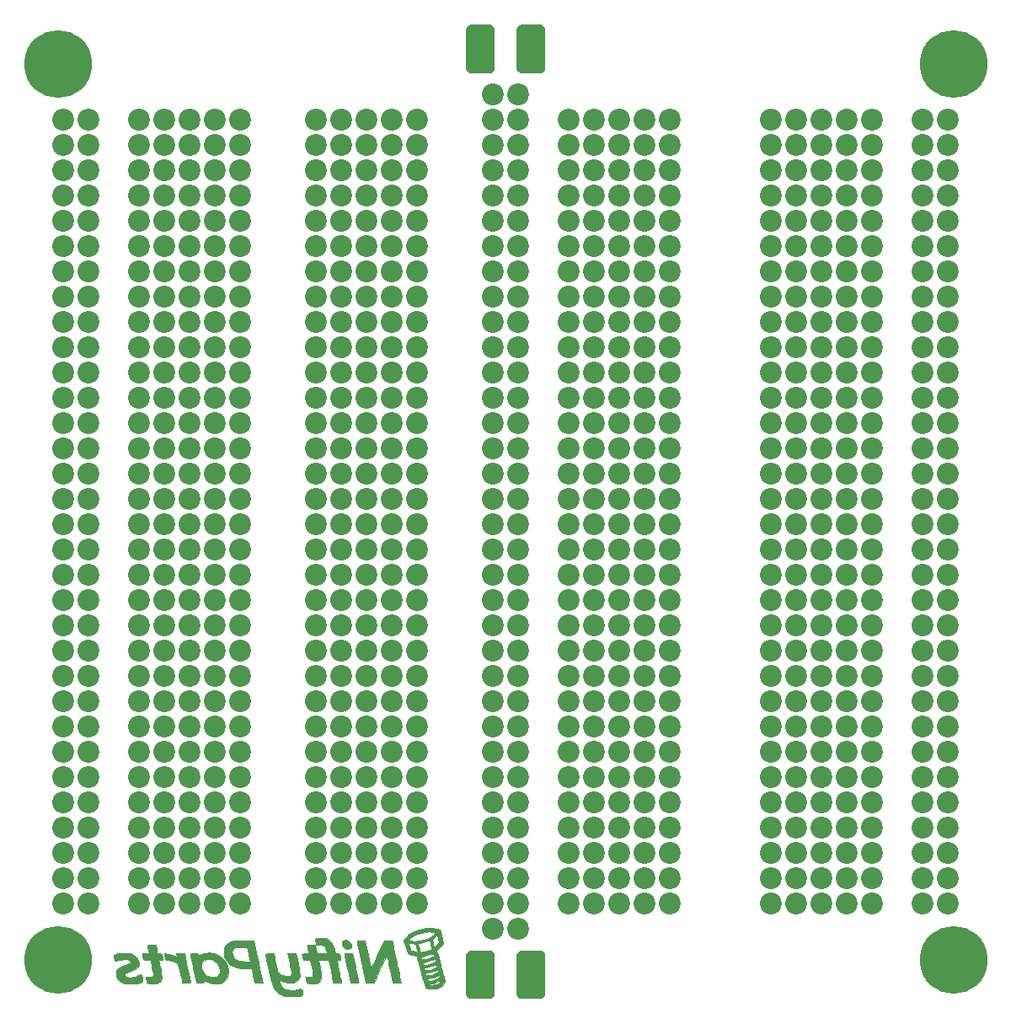
<source format=gbr>
G04 #@! TF.GenerationSoftware,KiCad,Pcbnew,(5.0.0-3-g5ebb6b6)*
G04 #@! TF.CreationDate,2019-05-14T13:45:27-04:00*
G04 #@! TF.ProjectId,Protoboard,50726F746F626F6172642E6B69636164,rev?*
G04 #@! TF.SameCoordinates,Original*
G04 #@! TF.FileFunction,Soldermask,Bot*
G04 #@! TF.FilePolarity,Negative*
%FSLAX46Y46*%
G04 Gerber Fmt 4.6, Leading zero omitted, Abs format (unit mm)*
G04 Created by KiCad (PCBNEW (5.0.0-3-g5ebb6b6)) date Tuesday, May 14, 2019 at 01:45:27 PM*
%MOMM*%
%LPD*%
G01*
G04 APERTURE LIST*
%ADD10C,0.010000*%
%ADD11C,0.100000*%
%ADD12C,2.900000*%
%ADD13C,2.200000*%
%ADD14C,6.800000*%
%ADD15C,1.200000*%
G04 APERTURE END LIST*
D10*
G04 #@! TO.C,G\002A\002A\002A*
G36*
X153701497Y-113053077D02*
X153614432Y-113108224D01*
X153563382Y-113209457D01*
X153546265Y-113370716D01*
X153562918Y-113541724D01*
X153613179Y-113672202D01*
X153616268Y-113676366D01*
X153775209Y-113812789D01*
X153973265Y-113887294D01*
X154173263Y-113893949D01*
X154338027Y-113826823D01*
X154370371Y-113796704D01*
X154462919Y-113626257D01*
X154461409Y-113448656D01*
X154384657Y-113281037D01*
X154251475Y-113140534D01*
X154080679Y-113044283D01*
X153891081Y-113009419D01*
X153701497Y-113053077D01*
X153701497Y-113053077D01*
G37*
X153701497Y-113053077D02*
X153614432Y-113108224D01*
X153563382Y-113209457D01*
X153546265Y-113370716D01*
X153562918Y-113541724D01*
X153613179Y-113672202D01*
X153616268Y-113676366D01*
X153775209Y-113812789D01*
X153973265Y-113887294D01*
X154173263Y-113893949D01*
X154338027Y-113826823D01*
X154370371Y-113796704D01*
X154462919Y-113626257D01*
X154461409Y-113448656D01*
X154384657Y-113281037D01*
X154251475Y-113140534D01*
X154080679Y-113044283D01*
X153891081Y-113009419D01*
X153701497Y-113053077D01*
G36*
X136969962Y-114701969D02*
X136664227Y-114561998D01*
X136428117Y-114476487D01*
X136153328Y-114408589D01*
X135992933Y-114383820D01*
X135796100Y-114366009D01*
X135691127Y-114367786D01*
X135655436Y-114393480D01*
X135666085Y-114446488D01*
X135700866Y-114569830D01*
X135735490Y-114740251D01*
X135739758Y-114766012D01*
X135764545Y-114890170D01*
X135808601Y-114959283D01*
X135902740Y-114995287D01*
X136077777Y-115020118D01*
X136100429Y-115022774D01*
X136439160Y-115094512D01*
X136743921Y-115218880D01*
X136978551Y-115380269D01*
X137016191Y-115418124D01*
X137080150Y-115525910D01*
X137149247Y-115719543D01*
X137226387Y-116008615D01*
X137314410Y-116402400D01*
X137376869Y-116701166D01*
X137429891Y-116957836D01*
X137469352Y-117152195D01*
X137491126Y-117264032D01*
X137494091Y-117282741D01*
X137546945Y-117295281D01*
X137686035Y-117304368D01*
X137882154Y-117308162D01*
X137898182Y-117308182D01*
X138138628Y-117299600D01*
X138270704Y-117273185D01*
X138302273Y-117238692D01*
X138290688Y-117165045D01*
X138258119Y-116994695D01*
X138207840Y-116743817D01*
X138143128Y-116428587D01*
X138067259Y-116065178D01*
X138004136Y-115766647D01*
X137706000Y-114364091D01*
X136902386Y-114364091D01*
X136969962Y-114701969D01*
X136969962Y-114701969D01*
G37*
X136969962Y-114701969D02*
X136664227Y-114561998D01*
X136428117Y-114476487D01*
X136153328Y-114408589D01*
X135992933Y-114383820D01*
X135796100Y-114366009D01*
X135691127Y-114367786D01*
X135655436Y-114393480D01*
X135666085Y-114446488D01*
X135700866Y-114569830D01*
X135735490Y-114740251D01*
X135739758Y-114766012D01*
X135764545Y-114890170D01*
X135808601Y-114959283D01*
X135902740Y-114995287D01*
X136077777Y-115020118D01*
X136100429Y-115022774D01*
X136439160Y-115094512D01*
X136743921Y-115218880D01*
X136978551Y-115380269D01*
X137016191Y-115418124D01*
X137080150Y-115525910D01*
X137149247Y-115719543D01*
X137226387Y-116008615D01*
X137314410Y-116402400D01*
X137376869Y-116701166D01*
X137429891Y-116957836D01*
X137469352Y-117152195D01*
X137491126Y-117264032D01*
X137494091Y-117282741D01*
X137546945Y-117295281D01*
X137686035Y-117304368D01*
X137882154Y-117308162D01*
X137898182Y-117308182D01*
X138138628Y-117299600D01*
X138270704Y-117273185D01*
X138302273Y-117238692D01*
X138290688Y-117165045D01*
X138258119Y-116994695D01*
X138207840Y-116743817D01*
X138143128Y-116428587D01*
X138067259Y-116065178D01*
X138004136Y-115766647D01*
X137706000Y-114364091D01*
X136902386Y-114364091D01*
X136969962Y-114701969D01*
G36*
X143263544Y-113040450D02*
X142909271Y-113054996D01*
X142633780Y-113083430D01*
X142418841Y-113129181D01*
X142246225Y-113195678D01*
X142097703Y-113286350D01*
X142008407Y-113357336D01*
X141801203Y-113607205D01*
X141685521Y-113914727D01*
X141663349Y-114264660D01*
X141736680Y-114641763D01*
X141814119Y-114845572D01*
X141998939Y-115168054D01*
X142242033Y-115423638D01*
X142552816Y-115616608D01*
X142940702Y-115751251D01*
X143415106Y-115831853D01*
X143985442Y-115862698D01*
X144049590Y-115863217D01*
X144457135Y-115865000D01*
X144600693Y-116572159D01*
X144744252Y-117279318D01*
X145167321Y-117296425D01*
X145383896Y-117303522D01*
X145508127Y-117298483D01*
X145562995Y-117274621D01*
X145571484Y-117225243D01*
X145563952Y-117180970D01*
X145546137Y-117094979D01*
X145507327Y-116909863D01*
X145450436Y-116639453D01*
X145378380Y-116297576D01*
X145294071Y-115898062D01*
X145200425Y-115454737D01*
X145131671Y-115129521D01*
X144295637Y-115129521D01*
X144271601Y-115159425D01*
X144196315Y-115172691D01*
X144050276Y-115171913D01*
X143813980Y-115159687D01*
X143729884Y-115154620D01*
X143378991Y-115123695D01*
X143129297Y-115078739D01*
X142967123Y-115017270D01*
X142964243Y-115015600D01*
X142718874Y-114810192D01*
X142560910Y-114541292D01*
X142525181Y-114417350D01*
X142499200Y-114171830D01*
X142543379Y-113987586D01*
X142666564Y-113857999D01*
X142877603Y-113776450D01*
X143185343Y-113736319D01*
X143444796Y-113729307D01*
X143998000Y-113729091D01*
X144127185Y-114349659D01*
X144182914Y-114613702D01*
X144232895Y-114843893D01*
X144270839Y-115011644D01*
X144287929Y-115080384D01*
X144295637Y-115129521D01*
X145131671Y-115129521D01*
X145113249Y-115042386D01*
X144688984Y-113036364D01*
X143714827Y-113036363D01*
X143263544Y-113040450D01*
X143263544Y-113040450D01*
G37*
X143263544Y-113040450D02*
X142909271Y-113054996D01*
X142633780Y-113083430D01*
X142418841Y-113129181D01*
X142246225Y-113195678D01*
X142097703Y-113286350D01*
X142008407Y-113357336D01*
X141801203Y-113607205D01*
X141685521Y-113914727D01*
X141663349Y-114264660D01*
X141736680Y-114641763D01*
X141814119Y-114845572D01*
X141998939Y-115168054D01*
X142242033Y-115423638D01*
X142552816Y-115616608D01*
X142940702Y-115751251D01*
X143415106Y-115831853D01*
X143985442Y-115862698D01*
X144049590Y-115863217D01*
X144457135Y-115865000D01*
X144600693Y-116572159D01*
X144744252Y-117279318D01*
X145167321Y-117296425D01*
X145383896Y-117303522D01*
X145508127Y-117298483D01*
X145562995Y-117274621D01*
X145571484Y-117225243D01*
X145563952Y-117180970D01*
X145546137Y-117094979D01*
X145507327Y-116909863D01*
X145450436Y-116639453D01*
X145378380Y-116297576D01*
X145294071Y-115898062D01*
X145200425Y-115454737D01*
X145131671Y-115129521D01*
X144295637Y-115129521D01*
X144271601Y-115159425D01*
X144196315Y-115172691D01*
X144050276Y-115171913D01*
X143813980Y-115159687D01*
X143729884Y-115154620D01*
X143378991Y-115123695D01*
X143129297Y-115078739D01*
X142967123Y-115017270D01*
X142964243Y-115015600D01*
X142718874Y-114810192D01*
X142560910Y-114541292D01*
X142525181Y-114417350D01*
X142499200Y-114171830D01*
X142543379Y-113987586D01*
X142666564Y-113857999D01*
X142877603Y-113776450D01*
X143185343Y-113736319D01*
X143444796Y-113729307D01*
X143998000Y-113729091D01*
X144127185Y-114349659D01*
X144182914Y-114613702D01*
X144232895Y-114843893D01*
X144270839Y-115011644D01*
X144287929Y-115080384D01*
X144295637Y-115129521D01*
X145131671Y-115129521D01*
X145113249Y-115042386D01*
X144688984Y-113036364D01*
X143714827Y-113036363D01*
X143263544Y-113040450D01*
G36*
X153803592Y-114551704D02*
X153825947Y-114662033D01*
X153868604Y-114866000D01*
X153927491Y-115144391D01*
X153998536Y-115477992D01*
X154077669Y-115847589D01*
X154112421Y-116009318D01*
X154385608Y-117279318D01*
X154808227Y-117296425D01*
X155024649Y-117303529D01*
X155148699Y-117298494D01*
X155203330Y-117274621D01*
X155211496Y-117225207D01*
X155203735Y-117180970D01*
X155184451Y-117088374D01*
X155145042Y-116900431D01*
X155089214Y-116634765D01*
X155020670Y-116308999D01*
X154943117Y-115940754D01*
X154893695Y-115706250D01*
X154610767Y-114364091D01*
X153767950Y-114364091D01*
X153803592Y-114551704D01*
X153803592Y-114551704D01*
G37*
X153803592Y-114551704D02*
X153825947Y-114662033D01*
X153868604Y-114866000D01*
X153927491Y-115144391D01*
X153998536Y-115477992D01*
X154077669Y-115847589D01*
X154112421Y-116009318D01*
X154385608Y-117279318D01*
X154808227Y-117296425D01*
X155024649Y-117303529D01*
X155148699Y-117298494D01*
X155203330Y-117274621D01*
X155211496Y-117225207D01*
X155203735Y-117180970D01*
X155184451Y-117088374D01*
X155145042Y-116900431D01*
X155089214Y-116634765D01*
X155020670Y-116308999D01*
X154943117Y-115940754D01*
X154893695Y-115706250D01*
X154610767Y-114364091D01*
X153767950Y-114364091D01*
X153803592Y-114551704D01*
G36*
X157785227Y-113037996D02*
X157383530Y-113917520D01*
X157224479Y-114265078D01*
X157058466Y-114626679D01*
X156901551Y-114967412D01*
X156769796Y-115252372D01*
X156726556Y-115345454D01*
X156471279Y-115893864D01*
X156171395Y-114479545D01*
X155871511Y-113065227D01*
X155450105Y-113048120D01*
X155234059Y-113041024D01*
X155110318Y-113046134D01*
X155055862Y-113070178D01*
X155047672Y-113119885D01*
X155055139Y-113163575D01*
X155072950Y-113249550D01*
X155111759Y-113434657D01*
X155168652Y-113705078D01*
X155240716Y-114046994D01*
X155325041Y-114446584D01*
X155418712Y-114890031D01*
X155506329Y-115304466D01*
X155931081Y-117312796D01*
X156739207Y-117279318D01*
X157386045Y-115872599D01*
X157603730Y-115405339D01*
X157780185Y-115039953D01*
X157914819Y-114777571D01*
X158007043Y-114619325D01*
X158056267Y-114566347D01*
X158063487Y-114573735D01*
X158083648Y-114659428D01*
X158123441Y-114840718D01*
X158179130Y-115100136D01*
X158246980Y-115420212D01*
X158323256Y-115783479D01*
X158367349Y-115994886D01*
X158640606Y-117308182D01*
X159058989Y-117308182D01*
X159275355Y-117305100D01*
X159398621Y-117292052D01*
X159451060Y-117263335D01*
X159454950Y-117213247D01*
X159453600Y-117207159D01*
X159436446Y-117128301D01*
X159398541Y-116950286D01*
X159342806Y-116686962D01*
X159272165Y-116352172D01*
X159189539Y-115959763D01*
X159097851Y-115523579D01*
X159024104Y-115172273D01*
X158927287Y-114712097D01*
X158836949Y-114285208D01*
X158756063Y-113905453D01*
X158687599Y-113586682D01*
X158634528Y-113342744D01*
X158599821Y-113187487D01*
X158587573Y-113137386D01*
X158550540Y-113081821D01*
X158464848Y-113050915D01*
X158304595Y-113038437D01*
X158170996Y-113037180D01*
X157785227Y-113037996D01*
X157785227Y-113037996D01*
G37*
X157785227Y-113037996D02*
X157383530Y-113917520D01*
X157224479Y-114265078D01*
X157058466Y-114626679D01*
X156901551Y-114967412D01*
X156769796Y-115252372D01*
X156726556Y-115345454D01*
X156471279Y-115893864D01*
X156171395Y-114479545D01*
X155871511Y-113065227D01*
X155450105Y-113048120D01*
X155234059Y-113041024D01*
X155110318Y-113046134D01*
X155055862Y-113070178D01*
X155047672Y-113119885D01*
X155055139Y-113163575D01*
X155072950Y-113249550D01*
X155111759Y-113434657D01*
X155168652Y-113705078D01*
X155240716Y-114046994D01*
X155325041Y-114446584D01*
X155418712Y-114890031D01*
X155506329Y-115304466D01*
X155931081Y-117312796D01*
X156739207Y-117279318D01*
X157386045Y-115872599D01*
X157603730Y-115405339D01*
X157780185Y-115039953D01*
X157914819Y-114777571D01*
X158007043Y-114619325D01*
X158056267Y-114566347D01*
X158063487Y-114573735D01*
X158083648Y-114659428D01*
X158123441Y-114840718D01*
X158179130Y-115100136D01*
X158246980Y-115420212D01*
X158323256Y-115783479D01*
X158367349Y-115994886D01*
X158640606Y-117308182D01*
X159058989Y-117308182D01*
X159275355Y-117305100D01*
X159398621Y-117292052D01*
X159451060Y-117263335D01*
X159454950Y-117213247D01*
X159453600Y-117207159D01*
X159436446Y-117128301D01*
X159398541Y-116950286D01*
X159342806Y-116686962D01*
X159272165Y-116352172D01*
X159189539Y-115959763D01*
X159097851Y-115523579D01*
X159024104Y-115172273D01*
X158927287Y-114712097D01*
X158836949Y-114285208D01*
X158756063Y-113905453D01*
X158687599Y-113586682D01*
X158634528Y-113342744D01*
X158599821Y-113187487D01*
X158587573Y-113137386D01*
X158550540Y-113081821D01*
X158464848Y-113050915D01*
X158304595Y-113038437D01*
X158170996Y-113037180D01*
X157785227Y-113037996D01*
G36*
X131255874Y-114315400D02*
X130994041Y-114350926D01*
X130788312Y-114402103D01*
X130664821Y-114467096D01*
X130649906Y-114485213D01*
X130635096Y-114579747D01*
X130644310Y-114738171D01*
X130671346Y-114912944D01*
X130710003Y-115056528D01*
X130729980Y-115099015D01*
X130784001Y-115131659D01*
X130893313Y-115117387D01*
X131075279Y-115055719D01*
X131359343Y-114974776D01*
X131639896Y-114941709D01*
X131895519Y-114953495D01*
X132104795Y-115007107D01*
X132246306Y-115099522D01*
X132298635Y-115227715D01*
X132298636Y-115228499D01*
X132284085Y-115284526D01*
X132229751Y-115338033D01*
X132119611Y-115396887D01*
X131937643Y-115468953D01*
X131667824Y-115562095D01*
X131519318Y-115611071D01*
X131190047Y-115753474D01*
X130967833Y-115933284D01*
X130848683Y-116156330D01*
X130828602Y-116428441D01*
X130853871Y-116582123D01*
X130969751Y-116881686D01*
X131167237Y-117110665D01*
X131450859Y-117271869D01*
X131825146Y-117368110D01*
X132171393Y-117399473D01*
X132439416Y-117401867D01*
X132698246Y-117391343D01*
X132900332Y-117370115D01*
X132933636Y-117363982D01*
X133225988Y-117289630D01*
X133411902Y-117209097D01*
X133500387Y-117117749D01*
X133510909Y-117066968D01*
X133497763Y-116937290D01*
X133464874Y-116775422D01*
X133422062Y-116617385D01*
X133379147Y-116499202D01*
X133345952Y-116456893D01*
X133344719Y-116457418D01*
X133092298Y-116573916D01*
X132806077Y-116670508D01*
X132522492Y-116738022D01*
X132277975Y-116767288D01*
X132145491Y-116759311D01*
X132005486Y-116730704D01*
X131886481Y-116706021D01*
X131739550Y-116633076D01*
X131683203Y-116507833D01*
X131699322Y-116416448D01*
X131767043Y-116357733D01*
X131914325Y-116283146D01*
X132109714Y-116208536D01*
X132116033Y-116206449D01*
X132483484Y-116073863D01*
X132753774Y-115947308D01*
X132944194Y-115817617D01*
X133043634Y-115714507D01*
X133149869Y-115494732D01*
X133160128Y-115249272D01*
X133084629Y-114997748D01*
X132933590Y-114759780D01*
X132717231Y-114554988D01*
X132445768Y-114402993D01*
X132341582Y-114366482D01*
X132116665Y-114321065D01*
X131843319Y-114298635D01*
X131547678Y-114297358D01*
X131255874Y-114315400D01*
X131255874Y-114315400D01*
G37*
X131255874Y-114315400D02*
X130994041Y-114350926D01*
X130788312Y-114402103D01*
X130664821Y-114467096D01*
X130649906Y-114485213D01*
X130635096Y-114579747D01*
X130644310Y-114738171D01*
X130671346Y-114912944D01*
X130710003Y-115056528D01*
X130729980Y-115099015D01*
X130784001Y-115131659D01*
X130893313Y-115117387D01*
X131075279Y-115055719D01*
X131359343Y-114974776D01*
X131639896Y-114941709D01*
X131895519Y-114953495D01*
X132104795Y-115007107D01*
X132246306Y-115099522D01*
X132298635Y-115227715D01*
X132298636Y-115228499D01*
X132284085Y-115284526D01*
X132229751Y-115338033D01*
X132119611Y-115396887D01*
X131937643Y-115468953D01*
X131667824Y-115562095D01*
X131519318Y-115611071D01*
X131190047Y-115753474D01*
X130967833Y-115933284D01*
X130848683Y-116156330D01*
X130828602Y-116428441D01*
X130853871Y-116582123D01*
X130969751Y-116881686D01*
X131167237Y-117110665D01*
X131450859Y-117271869D01*
X131825146Y-117368110D01*
X132171393Y-117399473D01*
X132439416Y-117401867D01*
X132698246Y-117391343D01*
X132900332Y-117370115D01*
X132933636Y-117363982D01*
X133225988Y-117289630D01*
X133411902Y-117209097D01*
X133500387Y-117117749D01*
X133510909Y-117066968D01*
X133497763Y-116937290D01*
X133464874Y-116775422D01*
X133422062Y-116617385D01*
X133379147Y-116499202D01*
X133345952Y-116456893D01*
X133344719Y-116457418D01*
X133092298Y-116573916D01*
X132806077Y-116670508D01*
X132522492Y-116738022D01*
X132277975Y-116767288D01*
X132145491Y-116759311D01*
X132005486Y-116730704D01*
X131886481Y-116706021D01*
X131739550Y-116633076D01*
X131683203Y-116507833D01*
X131699322Y-116416448D01*
X131767043Y-116357733D01*
X131914325Y-116283146D01*
X132109714Y-116208536D01*
X132116033Y-116206449D01*
X132483484Y-116073863D01*
X132753774Y-115947308D01*
X132944194Y-115817617D01*
X133043634Y-115714507D01*
X133149869Y-115494732D01*
X133160128Y-115249272D01*
X133084629Y-114997748D01*
X132933590Y-114759780D01*
X132717231Y-114554988D01*
X132445768Y-114402993D01*
X132341582Y-114366482D01*
X132116665Y-114321065D01*
X131843319Y-114298635D01*
X131547678Y-114297358D01*
X131255874Y-114315400D01*
G36*
X134039596Y-113516918D02*
X133974507Y-113535908D01*
X133973629Y-113538948D01*
X133986773Y-113615588D01*
X134020027Y-113768559D01*
X134058164Y-113931136D01*
X134102566Y-114120289D01*
X134133678Y-114262814D01*
X134143853Y-114320795D01*
X134092496Y-114343441D01*
X133956738Y-114359111D01*
X133793287Y-114364091D01*
X133599928Y-114366095D01*
X133497965Y-114379805D01*
X133463341Y-114416767D01*
X133471998Y-114488530D01*
X133478577Y-114515144D01*
X133519943Y-114692292D01*
X133549779Y-114832644D01*
X133574288Y-114924103D01*
X133620873Y-114973889D01*
X133719032Y-114994656D01*
X133898262Y-114999059D01*
X133937744Y-114999091D01*
X134292419Y-114999091D01*
X134455371Y-115785481D01*
X134519539Y-116101685D01*
X134560081Y-116324611D01*
X134578631Y-116473636D01*
X134576822Y-116568138D01*
X134556288Y-116627497D01*
X134529183Y-116661011D01*
X134380097Y-116734276D01*
X134156839Y-116744691D01*
X133954302Y-116709823D01*
X133851285Y-116689821D01*
X133813393Y-116719037D01*
X133822220Y-116824598D01*
X133833527Y-116887816D01*
X133883438Y-117119296D01*
X133941140Y-117261412D01*
X134024705Y-117339799D01*
X134152203Y-117380089D01*
X134184621Y-117385840D01*
X134551352Y-117419150D01*
X134868030Y-117393927D01*
X135047707Y-117340687D01*
X135213728Y-117242354D01*
X135328607Y-117106038D01*
X135394136Y-116918825D01*
X135412106Y-116667803D01*
X135384306Y-116340057D01*
X135312528Y-115922675D01*
X135271591Y-115726280D01*
X135215260Y-115463358D01*
X135169220Y-115243934D01*
X135138287Y-115091284D01*
X135127273Y-115028935D01*
X135178198Y-115009444D01*
X135303880Y-114999441D01*
X135335743Y-114999091D01*
X135544213Y-114999091D01*
X135505847Y-114782614D01*
X135464267Y-114567854D01*
X135422154Y-114442890D01*
X135361087Y-114383455D01*
X135262647Y-114365286D01*
X135188141Y-114364091D01*
X134968153Y-114364091D01*
X134887846Y-113945568D01*
X134807540Y-113527045D01*
X134390133Y-113510084D01*
X134187661Y-113507650D01*
X134039596Y-113516918D01*
X134039596Y-113516918D01*
G37*
X134039596Y-113516918D02*
X133974507Y-113535908D01*
X133973629Y-113538948D01*
X133986773Y-113615588D01*
X134020027Y-113768559D01*
X134058164Y-113931136D01*
X134102566Y-114120289D01*
X134133678Y-114262814D01*
X134143853Y-114320795D01*
X134092496Y-114343441D01*
X133956738Y-114359111D01*
X133793287Y-114364091D01*
X133599928Y-114366095D01*
X133497965Y-114379805D01*
X133463341Y-114416767D01*
X133471998Y-114488530D01*
X133478577Y-114515144D01*
X133519943Y-114692292D01*
X133549779Y-114832644D01*
X133574288Y-114924103D01*
X133620873Y-114973889D01*
X133719032Y-114994656D01*
X133898262Y-114999059D01*
X133937744Y-114999091D01*
X134292419Y-114999091D01*
X134455371Y-115785481D01*
X134519539Y-116101685D01*
X134560081Y-116324611D01*
X134578631Y-116473636D01*
X134576822Y-116568138D01*
X134556288Y-116627497D01*
X134529183Y-116661011D01*
X134380097Y-116734276D01*
X134156839Y-116744691D01*
X133954302Y-116709823D01*
X133851285Y-116689821D01*
X133813393Y-116719037D01*
X133822220Y-116824598D01*
X133833527Y-116887816D01*
X133883438Y-117119296D01*
X133941140Y-117261412D01*
X134024705Y-117339799D01*
X134152203Y-117380089D01*
X134184621Y-117385840D01*
X134551352Y-117419150D01*
X134868030Y-117393927D01*
X135047707Y-117340687D01*
X135213728Y-117242354D01*
X135328607Y-117106038D01*
X135394136Y-116918825D01*
X135412106Y-116667803D01*
X135384306Y-116340057D01*
X135312528Y-115922675D01*
X135271591Y-115726280D01*
X135215260Y-115463358D01*
X135169220Y-115243934D01*
X135138287Y-115091284D01*
X135127273Y-115028935D01*
X135178198Y-115009444D01*
X135303880Y-114999441D01*
X135335743Y-114999091D01*
X135544213Y-114999091D01*
X135505847Y-114782614D01*
X135464267Y-114567854D01*
X135422154Y-114442890D01*
X135361087Y-114383455D01*
X135262647Y-114365286D01*
X135188141Y-114364091D01*
X134968153Y-114364091D01*
X134887846Y-113945568D01*
X134807540Y-113527045D01*
X134390133Y-113510084D01*
X134187661Y-113507650D01*
X134039596Y-113516918D01*
G36*
X139894039Y-114302979D02*
X139680191Y-114331633D01*
X139504130Y-114387033D01*
X139439879Y-114416045D01*
X139261296Y-114498802D01*
X139162037Y-114530018D01*
X139119346Y-114512088D01*
X139110454Y-114450682D01*
X139086690Y-114403635D01*
X139001241Y-114376709D01*
X138832872Y-114365353D01*
X138706364Y-114364091D01*
X138465706Y-114373263D01*
X138330965Y-114400250D01*
X138302273Y-114429897D01*
X138313836Y-114502478D01*
X138346351Y-114671847D01*
X138396551Y-114921906D01*
X138461173Y-115236556D01*
X138536952Y-115599701D01*
X138600789Y-115901942D01*
X138899304Y-117308182D01*
X139293516Y-117308182D01*
X139503801Y-117304471D01*
X139623253Y-117288921D01*
X139676374Y-117254905D01*
X139687727Y-117201554D01*
X139696009Y-117144545D01*
X139737452Y-117133207D01*
X139836953Y-117170438D01*
X139969442Y-117234346D01*
X140230602Y-117326225D01*
X140550949Y-117385182D01*
X140883652Y-117406826D01*
X141181881Y-117386764D01*
X141304091Y-117359522D01*
X141629916Y-117206994D01*
X141874929Y-116975481D01*
X142033895Y-116673280D01*
X142101579Y-116308684D01*
X142099136Y-116099573D01*
X142083436Y-116013263D01*
X141263511Y-116013263D01*
X141242373Y-116301065D01*
X141133006Y-116522253D01*
X140942409Y-116670350D01*
X140677582Y-116738876D01*
X140345525Y-116721353D01*
X140109705Y-116664660D01*
X139858685Y-116533314D01*
X139640227Y-116315973D01*
X139478916Y-116041819D01*
X139414840Y-115839878D01*
X139381328Y-115610993D01*
X139383464Y-115434844D01*
X139395438Y-115386005D01*
X139535553Y-115174648D01*
X139756112Y-115026653D01*
X140035710Y-114951010D01*
X140352943Y-114956708D01*
X140399110Y-114964503D01*
X140593225Y-115042570D01*
X140806269Y-115190927D01*
X141002705Y-115378061D01*
X141146998Y-115572460D01*
X141189419Y-115665326D01*
X141263511Y-116013263D01*
X142083436Y-116013263D01*
X142013041Y-115626282D01*
X141830610Y-115205071D01*
X141559264Y-114847387D01*
X141206421Y-114564675D01*
X141047180Y-114476647D01*
X140844608Y-114383823D01*
X140673773Y-114329059D01*
X140488700Y-114302669D01*
X140243415Y-114294968D01*
X140184067Y-114294818D01*
X139894039Y-114302979D01*
X139894039Y-114302979D01*
G37*
X139894039Y-114302979D02*
X139680191Y-114331633D01*
X139504130Y-114387033D01*
X139439879Y-114416045D01*
X139261296Y-114498802D01*
X139162037Y-114530018D01*
X139119346Y-114512088D01*
X139110454Y-114450682D01*
X139086690Y-114403635D01*
X139001241Y-114376709D01*
X138832872Y-114365353D01*
X138706364Y-114364091D01*
X138465706Y-114373263D01*
X138330965Y-114400250D01*
X138302273Y-114429897D01*
X138313836Y-114502478D01*
X138346351Y-114671847D01*
X138396551Y-114921906D01*
X138461173Y-115236556D01*
X138536952Y-115599701D01*
X138600789Y-115901942D01*
X138899304Y-117308182D01*
X139293516Y-117308182D01*
X139503801Y-117304471D01*
X139623253Y-117288921D01*
X139676374Y-117254905D01*
X139687727Y-117201554D01*
X139696009Y-117144545D01*
X139737452Y-117133207D01*
X139836953Y-117170438D01*
X139969442Y-117234346D01*
X140230602Y-117326225D01*
X140550949Y-117385182D01*
X140883652Y-117406826D01*
X141181881Y-117386764D01*
X141304091Y-117359522D01*
X141629916Y-117206994D01*
X141874929Y-116975481D01*
X142033895Y-116673280D01*
X142101579Y-116308684D01*
X142099136Y-116099573D01*
X142083436Y-116013263D01*
X141263511Y-116013263D01*
X141242373Y-116301065D01*
X141133006Y-116522253D01*
X140942409Y-116670350D01*
X140677582Y-116738876D01*
X140345525Y-116721353D01*
X140109705Y-116664660D01*
X139858685Y-116533314D01*
X139640227Y-116315973D01*
X139478916Y-116041819D01*
X139414840Y-115839878D01*
X139381328Y-115610993D01*
X139383464Y-115434844D01*
X139395438Y-115386005D01*
X139535553Y-115174648D01*
X139756112Y-115026653D01*
X140035710Y-114951010D01*
X140352943Y-114956708D01*
X140399110Y-114964503D01*
X140593225Y-115042570D01*
X140806269Y-115190927D01*
X141002705Y-115378061D01*
X141146998Y-115572460D01*
X141189419Y-115665326D01*
X141263511Y-116013263D01*
X142083436Y-116013263D01*
X142013041Y-115626282D01*
X141830610Y-115205071D01*
X141559264Y-114847387D01*
X141206421Y-114564675D01*
X141047180Y-114476647D01*
X140844608Y-114383823D01*
X140673773Y-114329059D01*
X140488700Y-114302669D01*
X140243415Y-114294968D01*
X140184067Y-114294818D01*
X139894039Y-114302979D01*
G36*
X151152550Y-112785871D02*
X150982586Y-112806485D01*
X150890892Y-112836334D01*
X150888415Y-112838544D01*
X150857680Y-112923771D01*
X150871954Y-113086188D01*
X150895851Y-113201321D01*
X150965289Y-113502145D01*
X151207087Y-113465885D01*
X151483502Y-113467800D01*
X151702624Y-113566805D01*
X151866997Y-113765172D01*
X151979164Y-114065173D01*
X152003231Y-114176477D01*
X152038477Y-114364091D01*
X151025115Y-114364091D01*
X150941535Y-113945568D01*
X150857954Y-113527045D01*
X150437688Y-113510049D01*
X150222055Y-113502973D01*
X150098918Y-113508045D01*
X150045446Y-113532024D01*
X150038808Y-113581665D01*
X150047562Y-113625504D01*
X150109345Y-113902068D01*
X150157031Y-114125581D01*
X150186009Y-114273947D01*
X150192680Y-114320795D01*
X150140986Y-114343511D01*
X150005070Y-114359189D01*
X149843837Y-114364091D01*
X149650649Y-114368054D01*
X149549492Y-114384836D01*
X149517074Y-114421778D01*
X149523259Y-114465114D01*
X149553007Y-114588547D01*
X149586920Y-114758290D01*
X149591301Y-114782614D01*
X149629667Y-114999091D01*
X150342140Y-114999091D01*
X150505314Y-115773745D01*
X150562126Y-116061510D01*
X150604223Y-116310851D01*
X150628300Y-116499077D01*
X150631052Y-116603497D01*
X150627727Y-116614351D01*
X150506505Y-116709622D01*
X150314801Y-116749432D01*
X150102366Y-116729751D01*
X149959332Y-116700588D01*
X149876241Y-116689564D01*
X149869013Y-116690803D01*
X149873208Y-116748525D01*
X149895539Y-116884929D01*
X149918211Y-117004477D01*
X149960092Y-117183393D01*
X150011588Y-117282693D01*
X150098581Y-117337062D01*
X150187183Y-117364951D01*
X150478157Y-117413445D01*
X150781399Y-117411323D01*
X151044733Y-117360046D01*
X151098938Y-117339405D01*
X151258163Y-117241511D01*
X151371233Y-117099979D01*
X151438600Y-116904940D01*
X151460718Y-116646524D01*
X151438042Y-116314864D01*
X151371023Y-115900089D01*
X151260115Y-115392332D01*
X151199723Y-115145654D01*
X151161760Y-114994396D01*
X151670133Y-115011175D01*
X152178507Y-115027954D01*
X152415097Y-116153636D01*
X152651688Y-117279318D01*
X153075045Y-117296419D01*
X153291629Y-117303587D01*
X153415474Y-117298784D01*
X153469176Y-117275323D01*
X153475331Y-117226521D01*
X153465268Y-117180964D01*
X153436194Y-117055472D01*
X153391612Y-116852046D01*
X153336081Y-116592627D01*
X153274162Y-116299158D01*
X153210414Y-115993579D01*
X153149399Y-115697833D01*
X153095675Y-115433860D01*
X153053803Y-115223603D01*
X153028343Y-115089002D01*
X153022727Y-115051589D01*
X153073599Y-115017306D01*
X153199155Y-114999709D01*
X153231031Y-114999091D01*
X153367069Y-114992155D01*
X153415733Y-114954835D01*
X153404964Y-114862357D01*
X153401422Y-114848038D01*
X153360056Y-114670890D01*
X153330221Y-114530538D01*
X153293510Y-114419320D01*
X153217822Y-114372836D01*
X153083794Y-114364091D01*
X152870656Y-114364091D01*
X152769238Y-113933901D01*
X152631607Y-113517188D01*
X152435119Y-113198237D01*
X152173959Y-112972263D01*
X151842313Y-112834480D01*
X151434367Y-112780101D01*
X151366005Y-112778841D01*
X151152550Y-112785871D01*
X151152550Y-112785871D01*
G37*
X151152550Y-112785871D02*
X150982586Y-112806485D01*
X150890892Y-112836334D01*
X150888415Y-112838544D01*
X150857680Y-112923771D01*
X150871954Y-113086188D01*
X150895851Y-113201321D01*
X150965289Y-113502145D01*
X151207087Y-113465885D01*
X151483502Y-113467800D01*
X151702624Y-113566805D01*
X151866997Y-113765172D01*
X151979164Y-114065173D01*
X152003231Y-114176477D01*
X152038477Y-114364091D01*
X151025115Y-114364091D01*
X150941535Y-113945568D01*
X150857954Y-113527045D01*
X150437688Y-113510049D01*
X150222055Y-113502973D01*
X150098918Y-113508045D01*
X150045446Y-113532024D01*
X150038808Y-113581665D01*
X150047562Y-113625504D01*
X150109345Y-113902068D01*
X150157031Y-114125581D01*
X150186009Y-114273947D01*
X150192680Y-114320795D01*
X150140986Y-114343511D01*
X150005070Y-114359189D01*
X149843837Y-114364091D01*
X149650649Y-114368054D01*
X149549492Y-114384836D01*
X149517074Y-114421778D01*
X149523259Y-114465114D01*
X149553007Y-114588547D01*
X149586920Y-114758290D01*
X149591301Y-114782614D01*
X149629667Y-114999091D01*
X150342140Y-114999091D01*
X150505314Y-115773745D01*
X150562126Y-116061510D01*
X150604223Y-116310851D01*
X150628300Y-116499077D01*
X150631052Y-116603497D01*
X150627727Y-116614351D01*
X150506505Y-116709622D01*
X150314801Y-116749432D01*
X150102366Y-116729751D01*
X149959332Y-116700588D01*
X149876241Y-116689564D01*
X149869013Y-116690803D01*
X149873208Y-116748525D01*
X149895539Y-116884929D01*
X149918211Y-117004477D01*
X149960092Y-117183393D01*
X150011588Y-117282693D01*
X150098581Y-117337062D01*
X150187183Y-117364951D01*
X150478157Y-117413445D01*
X150781399Y-117411323D01*
X151044733Y-117360046D01*
X151098938Y-117339405D01*
X151258163Y-117241511D01*
X151371233Y-117099979D01*
X151438600Y-116904940D01*
X151460718Y-116646524D01*
X151438042Y-116314864D01*
X151371023Y-115900089D01*
X151260115Y-115392332D01*
X151199723Y-115145654D01*
X151161760Y-114994396D01*
X151670133Y-115011175D01*
X152178507Y-115027954D01*
X152415097Y-116153636D01*
X152651688Y-117279318D01*
X153075045Y-117296419D01*
X153291629Y-117303587D01*
X153415474Y-117298784D01*
X153469176Y-117275323D01*
X153475331Y-117226521D01*
X153465268Y-117180964D01*
X153436194Y-117055472D01*
X153391612Y-116852046D01*
X153336081Y-116592627D01*
X153274162Y-116299158D01*
X153210414Y-115993579D01*
X153149399Y-115697833D01*
X153095675Y-115433860D01*
X153053803Y-115223603D01*
X153028343Y-115089002D01*
X153022727Y-115051589D01*
X153073599Y-115017306D01*
X153199155Y-114999709D01*
X153231031Y-114999091D01*
X153367069Y-114992155D01*
X153415733Y-114954835D01*
X153404964Y-114862357D01*
X153401422Y-114848038D01*
X153360056Y-114670890D01*
X153330221Y-114530538D01*
X153293510Y-114419320D01*
X153217822Y-114372836D01*
X153083794Y-114364091D01*
X152870656Y-114364091D01*
X152769238Y-113933901D01*
X152631607Y-113517188D01*
X152435119Y-113198237D01*
X152173959Y-112972263D01*
X151842313Y-112834480D01*
X151434367Y-112780101D01*
X151366005Y-112778841D01*
X151152550Y-112785871D01*
G36*
X162109499Y-111781442D02*
X161905534Y-111822491D01*
X161644877Y-111883569D01*
X161354640Y-111958656D01*
X161312838Y-111970040D01*
X161010347Y-112054217D01*
X160791352Y-112122251D01*
X160627894Y-112188124D01*
X160492015Y-112265820D01*
X160355756Y-112369320D01*
X160191158Y-112512608D01*
X160144425Y-112554388D01*
X159962954Y-112725829D01*
X159820063Y-112877997D01*
X159734747Y-112989701D01*
X159719091Y-113028899D01*
X159738685Y-113150982D01*
X159790910Y-113341061D01*
X159865931Y-113572431D01*
X159953911Y-113818387D01*
X160045016Y-114052225D01*
X160129408Y-114247240D01*
X160197253Y-114376726D01*
X160229190Y-114413861D01*
X160334767Y-114450770D01*
X160511980Y-114497636D01*
X160685454Y-114536446D01*
X160884412Y-114582176D01*
X160999248Y-114628508D01*
X161059887Y-114694025D01*
X161094392Y-114790381D01*
X161122816Y-114895692D01*
X161176405Y-115094575D01*
X161250334Y-115369107D01*
X161339776Y-115701368D01*
X161439907Y-116073437D01*
X161508082Y-116326818D01*
X161631866Y-116774950D01*
X161743650Y-117155940D01*
X161839970Y-117458993D01*
X161917364Y-117673314D01*
X161972368Y-117788108D01*
X161979992Y-117797767D01*
X162118844Y-117876668D01*
X162336055Y-117922869D01*
X162599010Y-117935514D01*
X162875095Y-117913751D01*
X163131694Y-117856727D01*
X163206902Y-117829878D01*
X163482437Y-117687858D01*
X163697423Y-117514300D01*
X163833463Y-117327506D01*
X163873270Y-117166971D01*
X163863233Y-117101253D01*
X163471364Y-117101253D01*
X163418437Y-117220996D01*
X163278853Y-117333290D01*
X163081399Y-117429557D01*
X162854867Y-117501222D01*
X162628048Y-117539706D01*
X162429730Y-117536432D01*
X162288705Y-117482825D01*
X162265682Y-117460442D01*
X162249124Y-117416102D01*
X162300633Y-117386149D01*
X162438354Y-117364166D01*
X162572537Y-117351922D01*
X162980322Y-117273715D01*
X163208014Y-117174862D01*
X163379072Y-117091616D01*
X163462573Y-117081874D01*
X163471364Y-117101253D01*
X163863233Y-117101253D01*
X163857616Y-117064482D01*
X163814701Y-116867972D01*
X163760904Y-116644914D01*
X163356757Y-116644914D01*
X163295697Y-116762036D01*
X163161704Y-116882650D01*
X162973150Y-116990463D01*
X162748406Y-117069186D01*
X162734511Y-117072548D01*
X162545536Y-117113762D01*
X162423153Y-117125868D01*
X162322377Y-117109418D01*
X162233985Y-117078701D01*
X162105478Y-117006937D01*
X162087053Y-116937481D01*
X162173450Y-116877732D01*
X162359411Y-116835091D01*
X162411534Y-116828908D01*
X162659640Y-116781780D01*
X162915567Y-116700841D01*
X163017139Y-116656740D01*
X163177157Y-116584954D01*
X163291577Y-116547384D01*
X163326514Y-116547575D01*
X163356757Y-116644914D01*
X163760904Y-116644914D01*
X163748744Y-116594499D01*
X163663965Y-116261123D01*
X163631158Y-116136925D01*
X163224380Y-116136925D01*
X163190500Y-116213795D01*
X163076543Y-116300166D01*
X162895616Y-116398977D01*
X162594785Y-116518735D01*
X162300768Y-116557636D01*
X162284333Y-116557727D01*
X162106132Y-116552203D01*
X162011677Y-116526806D01*
X161969446Y-116468301D01*
X161957693Y-116420560D01*
X161951053Y-116344554D01*
X161984239Y-116300167D01*
X162081872Y-116274922D01*
X162268570Y-116256340D01*
X162284171Y-116255082D01*
X162528127Y-116217436D01*
X162770919Y-116151655D01*
X162891918Y-116103545D01*
X163057368Y-116033130D01*
X163151424Y-116021540D01*
X163192772Y-116052546D01*
X163224380Y-116136925D01*
X163631158Y-116136925D01*
X163564584Y-115884902D01*
X163478261Y-115567918D01*
X163070161Y-115567918D01*
X163045512Y-115669095D01*
X162983989Y-115746801D01*
X162815418Y-115851761D01*
X162601667Y-115936553D01*
X162370672Y-115996326D01*
X162150364Y-116026226D01*
X161968678Y-116021400D01*
X161853548Y-115976996D01*
X161832312Y-115946869D01*
X161802136Y-115826856D01*
X161844712Y-115767824D01*
X161978828Y-115749933D01*
X162019145Y-115749545D01*
X162241892Y-115721825D01*
X162539953Y-115643181D01*
X162888639Y-115520392D01*
X162966250Y-115489525D01*
X163042853Y-115495202D01*
X163070161Y-115567918D01*
X163478261Y-115567918D01*
X163472700Y-115547500D01*
X163340292Y-115067840D01*
X162924096Y-115067840D01*
X162899268Y-115152651D01*
X162776515Y-115247468D01*
X162571743Y-115342989D01*
X162308601Y-115427839D01*
X162046051Y-115490957D01*
X161870698Y-115511072D01*
X161762085Y-115486897D01*
X161699751Y-115417143D01*
X161687612Y-115388750D01*
X161669877Y-115319986D01*
X161693523Y-115274060D01*
X161779970Y-115238646D01*
X161950637Y-115201420D01*
X162043515Y-115183960D01*
X162286427Y-115128291D01*
X162517980Y-115057628D01*
X162670860Y-114995173D01*
X162804812Y-114937747D01*
X162884470Y-114924672D01*
X162894091Y-114935469D01*
X162913193Y-115035705D01*
X162924096Y-115067840D01*
X163340292Y-115067840D01*
X163179051Y-114483732D01*
X162777113Y-114483732D01*
X162756001Y-114603488D01*
X162668961Y-114706272D01*
X162648750Y-114718502D01*
X162326281Y-114849204D01*
X161982381Y-114918423D01*
X161797273Y-114924406D01*
X161631192Y-114907427D01*
X161549025Y-114866544D01*
X161520230Y-114791598D01*
X161523602Y-114734091D01*
X161565019Y-114686315D01*
X161663383Y-114638985D01*
X161837594Y-114582810D01*
X162083995Y-114514557D01*
X162330352Y-114452927D01*
X162536566Y-114409860D01*
X162676605Y-114390295D01*
X162721833Y-114393525D01*
X162777113Y-114483732D01*
X163179051Y-114483732D01*
X163074314Y-114104318D01*
X163247136Y-113928637D01*
X162537543Y-113928637D01*
X162534498Y-113934744D01*
X162468696Y-113963192D01*
X162322389Y-114012098D01*
X162126674Y-114072352D01*
X161912650Y-114134844D01*
X161711417Y-114190466D01*
X161554073Y-114230109D01*
X161476946Y-114244520D01*
X161468331Y-114234893D01*
X161147951Y-114234893D01*
X160848431Y-114165267D01*
X160667731Y-114119116D01*
X160531666Y-114076872D01*
X160488411Y-114058250D01*
X160447104Y-113991572D01*
X160391541Y-113853014D01*
X160332870Y-113678316D01*
X160282237Y-113503214D01*
X160250791Y-113363448D01*
X160249680Y-113294754D01*
X160250106Y-113294287D01*
X160312787Y-113294593D01*
X160453146Y-113316728D01*
X160584284Y-113343626D01*
X160898111Y-113413317D01*
X161147951Y-114234893D01*
X161468331Y-114234893D01*
X161432908Y-114195309D01*
X161371526Y-114061374D01*
X161304771Y-113869663D01*
X161292817Y-113830114D01*
X161238522Y-113625040D01*
X161207741Y-113464768D01*
X161205971Y-113379216D01*
X161209053Y-113374157D01*
X161280008Y-113342799D01*
X161433702Y-113292330D01*
X161640987Y-113232103D01*
X161710682Y-113213152D01*
X161937558Y-113152073D01*
X162129026Y-113099852D01*
X162251461Y-113065678D01*
X162268089Y-113060807D01*
X162322392Y-113066277D01*
X162369422Y-113132131D01*
X162418477Y-113277415D01*
X162466079Y-113466397D01*
X162510553Y-113676489D01*
X162535821Y-113840476D01*
X162537543Y-113928637D01*
X163247136Y-113928637D01*
X163388294Y-113785144D01*
X163545452Y-113610081D01*
X163656418Y-113456280D01*
X163702022Y-113350598D01*
X163702273Y-113345251D01*
X163696291Y-113295256D01*
X163305928Y-113295256D01*
X163067247Y-113517896D01*
X162933407Y-113633840D01*
X162834827Y-113702784D01*
X162799851Y-113711820D01*
X162772862Y-113644729D01*
X162730637Y-113497793D01*
X162686252Y-113319242D01*
X162601369Y-112955377D01*
X162856881Y-112699865D01*
X163112394Y-112444353D01*
X163209161Y-112869804D01*
X163305928Y-113295256D01*
X163696291Y-113295256D01*
X163690395Y-113245989D01*
X163658815Y-113070462D01*
X163613610Y-112846266D01*
X163560857Y-112600996D01*
X163506634Y-112362248D01*
X163486873Y-112280746D01*
X162894091Y-112280746D01*
X162856033Y-112339731D01*
X162758062Y-112449727D01*
X162667519Y-112541447D01*
X162553753Y-112642279D01*
X162430896Y-112722387D01*
X162272903Y-112793566D01*
X162053729Y-112867613D01*
X161758314Y-112953261D01*
X161428642Y-113043216D01*
X161183407Y-113102308D01*
X160996544Y-113133122D01*
X160841984Y-113138242D01*
X160693662Y-113120253D01*
X160525512Y-113081738D01*
X160508011Y-113077223D01*
X160228977Y-113004854D01*
X160513480Y-112764957D01*
X160651092Y-112657465D01*
X160790798Y-112572777D01*
X160959906Y-112499090D01*
X161185723Y-112424606D01*
X161495556Y-112337522D01*
X161514106Y-112332528D01*
X161825613Y-112251326D01*
X162054772Y-112199862D01*
X162229709Y-112174328D01*
X162378548Y-112170917D01*
X162529415Y-112185821D01*
X162562159Y-112190642D01*
X162739925Y-112223942D01*
X162860386Y-112258330D01*
X162894091Y-112280746D01*
X163486873Y-112280746D01*
X163457018Y-112157617D01*
X163418088Y-112014698D01*
X163397632Y-111962026D01*
X163328449Y-111938329D01*
X163175309Y-111904712D01*
X162968726Y-111866283D01*
X162739215Y-111828153D01*
X162517292Y-111795432D01*
X162333469Y-111773228D01*
X162229663Y-111766442D01*
X162109499Y-111781442D01*
X162109499Y-111781442D01*
G37*
X162109499Y-111781442D02*
X161905534Y-111822491D01*
X161644877Y-111883569D01*
X161354640Y-111958656D01*
X161312838Y-111970040D01*
X161010347Y-112054217D01*
X160791352Y-112122251D01*
X160627894Y-112188124D01*
X160492015Y-112265820D01*
X160355756Y-112369320D01*
X160191158Y-112512608D01*
X160144425Y-112554388D01*
X159962954Y-112725829D01*
X159820063Y-112877997D01*
X159734747Y-112989701D01*
X159719091Y-113028899D01*
X159738685Y-113150982D01*
X159790910Y-113341061D01*
X159865931Y-113572431D01*
X159953911Y-113818387D01*
X160045016Y-114052225D01*
X160129408Y-114247240D01*
X160197253Y-114376726D01*
X160229190Y-114413861D01*
X160334767Y-114450770D01*
X160511980Y-114497636D01*
X160685454Y-114536446D01*
X160884412Y-114582176D01*
X160999248Y-114628508D01*
X161059887Y-114694025D01*
X161094392Y-114790381D01*
X161122816Y-114895692D01*
X161176405Y-115094575D01*
X161250334Y-115369107D01*
X161339776Y-115701368D01*
X161439907Y-116073437D01*
X161508082Y-116326818D01*
X161631866Y-116774950D01*
X161743650Y-117155940D01*
X161839970Y-117458993D01*
X161917364Y-117673314D01*
X161972368Y-117788108D01*
X161979992Y-117797767D01*
X162118844Y-117876668D01*
X162336055Y-117922869D01*
X162599010Y-117935514D01*
X162875095Y-117913751D01*
X163131694Y-117856727D01*
X163206902Y-117829878D01*
X163482437Y-117687858D01*
X163697423Y-117514300D01*
X163833463Y-117327506D01*
X163873270Y-117166971D01*
X163863233Y-117101253D01*
X163471364Y-117101253D01*
X163418437Y-117220996D01*
X163278853Y-117333290D01*
X163081399Y-117429557D01*
X162854867Y-117501222D01*
X162628048Y-117539706D01*
X162429730Y-117536432D01*
X162288705Y-117482825D01*
X162265682Y-117460442D01*
X162249124Y-117416102D01*
X162300633Y-117386149D01*
X162438354Y-117364166D01*
X162572537Y-117351922D01*
X162980322Y-117273715D01*
X163208014Y-117174862D01*
X163379072Y-117091616D01*
X163462573Y-117081874D01*
X163471364Y-117101253D01*
X163863233Y-117101253D01*
X163857616Y-117064482D01*
X163814701Y-116867972D01*
X163760904Y-116644914D01*
X163356757Y-116644914D01*
X163295697Y-116762036D01*
X163161704Y-116882650D01*
X162973150Y-116990463D01*
X162748406Y-117069186D01*
X162734511Y-117072548D01*
X162545536Y-117113762D01*
X162423153Y-117125868D01*
X162322377Y-117109418D01*
X162233985Y-117078701D01*
X162105478Y-117006937D01*
X162087053Y-116937481D01*
X162173450Y-116877732D01*
X162359411Y-116835091D01*
X162411534Y-116828908D01*
X162659640Y-116781780D01*
X162915567Y-116700841D01*
X163017139Y-116656740D01*
X163177157Y-116584954D01*
X163291577Y-116547384D01*
X163326514Y-116547575D01*
X163356757Y-116644914D01*
X163760904Y-116644914D01*
X163748744Y-116594499D01*
X163663965Y-116261123D01*
X163631158Y-116136925D01*
X163224380Y-116136925D01*
X163190500Y-116213795D01*
X163076543Y-116300166D01*
X162895616Y-116398977D01*
X162594785Y-116518735D01*
X162300768Y-116557636D01*
X162284333Y-116557727D01*
X162106132Y-116552203D01*
X162011677Y-116526806D01*
X161969446Y-116468301D01*
X161957693Y-116420560D01*
X161951053Y-116344554D01*
X161984239Y-116300167D01*
X162081872Y-116274922D01*
X162268570Y-116256340D01*
X162284171Y-116255082D01*
X162528127Y-116217436D01*
X162770919Y-116151655D01*
X162891918Y-116103545D01*
X163057368Y-116033130D01*
X163151424Y-116021540D01*
X163192772Y-116052546D01*
X163224380Y-116136925D01*
X163631158Y-116136925D01*
X163564584Y-115884902D01*
X163478261Y-115567918D01*
X163070161Y-115567918D01*
X163045512Y-115669095D01*
X162983989Y-115746801D01*
X162815418Y-115851761D01*
X162601667Y-115936553D01*
X162370672Y-115996326D01*
X162150364Y-116026226D01*
X161968678Y-116021400D01*
X161853548Y-115976996D01*
X161832312Y-115946869D01*
X161802136Y-115826856D01*
X161844712Y-115767824D01*
X161978828Y-115749933D01*
X162019145Y-115749545D01*
X162241892Y-115721825D01*
X162539953Y-115643181D01*
X162888639Y-115520392D01*
X162966250Y-115489525D01*
X163042853Y-115495202D01*
X163070161Y-115567918D01*
X163478261Y-115567918D01*
X163472700Y-115547500D01*
X163340292Y-115067840D01*
X162924096Y-115067840D01*
X162899268Y-115152651D01*
X162776515Y-115247468D01*
X162571743Y-115342989D01*
X162308601Y-115427839D01*
X162046051Y-115490957D01*
X161870698Y-115511072D01*
X161762085Y-115486897D01*
X161699751Y-115417143D01*
X161687612Y-115388750D01*
X161669877Y-115319986D01*
X161693523Y-115274060D01*
X161779970Y-115238646D01*
X161950637Y-115201420D01*
X162043515Y-115183960D01*
X162286427Y-115128291D01*
X162517980Y-115057628D01*
X162670860Y-114995173D01*
X162804812Y-114937747D01*
X162884470Y-114924672D01*
X162894091Y-114935469D01*
X162913193Y-115035705D01*
X162924096Y-115067840D01*
X163340292Y-115067840D01*
X163179051Y-114483732D01*
X162777113Y-114483732D01*
X162756001Y-114603488D01*
X162668961Y-114706272D01*
X162648750Y-114718502D01*
X162326281Y-114849204D01*
X161982381Y-114918423D01*
X161797273Y-114924406D01*
X161631192Y-114907427D01*
X161549025Y-114866544D01*
X161520230Y-114791598D01*
X161523602Y-114734091D01*
X161565019Y-114686315D01*
X161663383Y-114638985D01*
X161837594Y-114582810D01*
X162083995Y-114514557D01*
X162330352Y-114452927D01*
X162536566Y-114409860D01*
X162676605Y-114390295D01*
X162721833Y-114393525D01*
X162777113Y-114483732D01*
X163179051Y-114483732D01*
X163074314Y-114104318D01*
X163247136Y-113928637D01*
X162537543Y-113928637D01*
X162534498Y-113934744D01*
X162468696Y-113963192D01*
X162322389Y-114012098D01*
X162126674Y-114072352D01*
X161912650Y-114134844D01*
X161711417Y-114190466D01*
X161554073Y-114230109D01*
X161476946Y-114244520D01*
X161468331Y-114234893D01*
X161147951Y-114234893D01*
X160848431Y-114165267D01*
X160667731Y-114119116D01*
X160531666Y-114076872D01*
X160488411Y-114058250D01*
X160447104Y-113991572D01*
X160391541Y-113853014D01*
X160332870Y-113678316D01*
X160282237Y-113503214D01*
X160250791Y-113363448D01*
X160249680Y-113294754D01*
X160250106Y-113294287D01*
X160312787Y-113294593D01*
X160453146Y-113316728D01*
X160584284Y-113343626D01*
X160898111Y-113413317D01*
X161147951Y-114234893D01*
X161468331Y-114234893D01*
X161432908Y-114195309D01*
X161371526Y-114061374D01*
X161304771Y-113869663D01*
X161292817Y-113830114D01*
X161238522Y-113625040D01*
X161207741Y-113464768D01*
X161205971Y-113379216D01*
X161209053Y-113374157D01*
X161280008Y-113342799D01*
X161433702Y-113292330D01*
X161640987Y-113232103D01*
X161710682Y-113213152D01*
X161937558Y-113152073D01*
X162129026Y-113099852D01*
X162251461Y-113065678D01*
X162268089Y-113060807D01*
X162322392Y-113066277D01*
X162369422Y-113132131D01*
X162418477Y-113277415D01*
X162466079Y-113466397D01*
X162510553Y-113676489D01*
X162535821Y-113840476D01*
X162537543Y-113928637D01*
X163247136Y-113928637D01*
X163388294Y-113785144D01*
X163545452Y-113610081D01*
X163656418Y-113456280D01*
X163702022Y-113350598D01*
X163702273Y-113345251D01*
X163696291Y-113295256D01*
X163305928Y-113295256D01*
X163067247Y-113517896D01*
X162933407Y-113633840D01*
X162834827Y-113702784D01*
X162799851Y-113711820D01*
X162772862Y-113644729D01*
X162730637Y-113497793D01*
X162686252Y-113319242D01*
X162601369Y-112955377D01*
X162856881Y-112699865D01*
X163112394Y-112444353D01*
X163209161Y-112869804D01*
X163305928Y-113295256D01*
X163696291Y-113295256D01*
X163690395Y-113245989D01*
X163658815Y-113070462D01*
X163613610Y-112846266D01*
X163560857Y-112600996D01*
X163506634Y-112362248D01*
X163486873Y-112280746D01*
X162894091Y-112280746D01*
X162856033Y-112339731D01*
X162758062Y-112449727D01*
X162667519Y-112541447D01*
X162553753Y-112642279D01*
X162430896Y-112722387D01*
X162272903Y-112793566D01*
X162053729Y-112867613D01*
X161758314Y-112953261D01*
X161428642Y-113043216D01*
X161183407Y-113102308D01*
X160996544Y-113133122D01*
X160841984Y-113138242D01*
X160693662Y-113120253D01*
X160525512Y-113081738D01*
X160508011Y-113077223D01*
X160228977Y-113004854D01*
X160513480Y-112764957D01*
X160651092Y-112657465D01*
X160790798Y-112572777D01*
X160959906Y-112499090D01*
X161185723Y-112424606D01*
X161495556Y-112337522D01*
X161514106Y-112332528D01*
X161825613Y-112251326D01*
X162054772Y-112199862D01*
X162229709Y-112174328D01*
X162378548Y-112170917D01*
X162529415Y-112185821D01*
X162562159Y-112190642D01*
X162739925Y-112223942D01*
X162860386Y-112258330D01*
X162894091Y-112280746D01*
X163486873Y-112280746D01*
X163457018Y-112157617D01*
X163418088Y-112014698D01*
X163397632Y-111962026D01*
X163328449Y-111938329D01*
X163175309Y-111904712D01*
X162968726Y-111866283D01*
X162739215Y-111828153D01*
X162517292Y-111795432D01*
X162333469Y-111773228D01*
X162229663Y-111766442D01*
X162109499Y-111781442D01*
G36*
X148266583Y-115293016D02*
X148332786Y-115615321D01*
X148389411Y-115906343D01*
X148432340Y-116143673D01*
X148457453Y-116304900D01*
X148462273Y-116357698D01*
X148413943Y-116515500D01*
X148281771Y-116618025D01*
X148084982Y-116662024D01*
X147842800Y-116644247D01*
X147574452Y-116561443D01*
X147489196Y-116522181D01*
X147299631Y-116417083D01*
X147167356Y-116306941D01*
X147074909Y-116164567D01*
X147004828Y-115962772D01*
X146939651Y-115674366D01*
X146937361Y-115662954D01*
X146877425Y-115369207D01*
X146810426Y-115049368D01*
X146753029Y-114782613D01*
X146661138Y-114364091D01*
X146262842Y-114364091D01*
X146043454Y-114369638D01*
X145918764Y-114389140D01*
X145868423Y-114426883D01*
X145864545Y-114448024D01*
X145877727Y-114555335D01*
X145914359Y-114755647D01*
X145970073Y-115029906D01*
X146040502Y-115359061D01*
X146121278Y-115724059D01*
X146208033Y-116105846D01*
X146296399Y-116485371D01*
X146382007Y-116843581D01*
X146460491Y-117161423D01*
X146527482Y-117419844D01*
X146578612Y-117599793D01*
X146603295Y-117670393D01*
X146812224Y-118018713D01*
X147096074Y-118311640D01*
X147426649Y-118520297D01*
X147438096Y-118525443D01*
X147594282Y-118586516D01*
X147756142Y-118627764D01*
X147953859Y-118653727D01*
X148217613Y-118668941D01*
X148433409Y-118675097D01*
X148812385Y-118675376D01*
X149116624Y-118658707D01*
X149328004Y-118626207D01*
X149357045Y-118618063D01*
X149499429Y-118561278D01*
X149579843Y-118505676D01*
X149586589Y-118489741D01*
X149569930Y-118316438D01*
X149534012Y-118135787D01*
X149488361Y-117983523D01*
X149442504Y-117895383D01*
X149425667Y-117886079D01*
X149333854Y-117902286D01*
X149175838Y-117942926D01*
X149073666Y-117972670D01*
X148735695Y-118040478D01*
X148380348Y-118053562D01*
X148051275Y-118012843D01*
X147846205Y-117946751D01*
X147668024Y-117845281D01*
X147530627Y-117709543D01*
X147412857Y-117512465D01*
X147302803Y-117251473D01*
X147190499Y-116955912D01*
X147445349Y-117105264D01*
X147758538Y-117243135D01*
X148097257Y-117315760D01*
X148433601Y-117323478D01*
X148739663Y-117266629D01*
X148987537Y-117145552D01*
X149057837Y-117085624D01*
X149165865Y-116961234D01*
X149240094Y-116827132D01*
X149281133Y-116666535D01*
X149289593Y-116462656D01*
X149266082Y-116198711D01*
X149211211Y-115857913D01*
X149125589Y-115423478D01*
X149119296Y-115393152D01*
X148905322Y-114364091D01*
X148070893Y-114364091D01*
X148266583Y-115293016D01*
X148266583Y-115293016D01*
G37*
X148266583Y-115293016D02*
X148332786Y-115615321D01*
X148389411Y-115906343D01*
X148432340Y-116143673D01*
X148457453Y-116304900D01*
X148462273Y-116357698D01*
X148413943Y-116515500D01*
X148281771Y-116618025D01*
X148084982Y-116662024D01*
X147842800Y-116644247D01*
X147574452Y-116561443D01*
X147489196Y-116522181D01*
X147299631Y-116417083D01*
X147167356Y-116306941D01*
X147074909Y-116164567D01*
X147004828Y-115962772D01*
X146939651Y-115674366D01*
X146937361Y-115662954D01*
X146877425Y-115369207D01*
X146810426Y-115049368D01*
X146753029Y-114782613D01*
X146661138Y-114364091D01*
X146262842Y-114364091D01*
X146043454Y-114369638D01*
X145918764Y-114389140D01*
X145868423Y-114426883D01*
X145864545Y-114448024D01*
X145877727Y-114555335D01*
X145914359Y-114755647D01*
X145970073Y-115029906D01*
X146040502Y-115359061D01*
X146121278Y-115724059D01*
X146208033Y-116105846D01*
X146296399Y-116485371D01*
X146382007Y-116843581D01*
X146460491Y-117161423D01*
X146527482Y-117419844D01*
X146578612Y-117599793D01*
X146603295Y-117670393D01*
X146812224Y-118018713D01*
X147096074Y-118311640D01*
X147426649Y-118520297D01*
X147438096Y-118525443D01*
X147594282Y-118586516D01*
X147756142Y-118627764D01*
X147953859Y-118653727D01*
X148217613Y-118668941D01*
X148433409Y-118675097D01*
X148812385Y-118675376D01*
X149116624Y-118658707D01*
X149328004Y-118626207D01*
X149357045Y-118618063D01*
X149499429Y-118561278D01*
X149579843Y-118505676D01*
X149586589Y-118489741D01*
X149569930Y-118316438D01*
X149534012Y-118135787D01*
X149488361Y-117983523D01*
X149442504Y-117895383D01*
X149425667Y-117886079D01*
X149333854Y-117902286D01*
X149175838Y-117942926D01*
X149073666Y-117972670D01*
X148735695Y-118040478D01*
X148380348Y-118053562D01*
X148051275Y-118012843D01*
X147846205Y-117946751D01*
X147668024Y-117845281D01*
X147530627Y-117709543D01*
X147412857Y-117512465D01*
X147302803Y-117251473D01*
X147190499Y-116955912D01*
X147445349Y-117105264D01*
X147758538Y-117243135D01*
X148097257Y-117315760D01*
X148433601Y-117323478D01*
X148739663Y-117266629D01*
X148987537Y-117145552D01*
X149057837Y-117085624D01*
X149165865Y-116961234D01*
X149240094Y-116827132D01*
X149281133Y-116666535D01*
X149289593Y-116462656D01*
X149266082Y-116198711D01*
X149211211Y-115857913D01*
X149125589Y-115423478D01*
X149119296Y-115393152D01*
X148905322Y-114364091D01*
X148070893Y-114364091D01*
X148266583Y-115293016D01*
G04 #@! TD*
D11*
G04 #@! TO.C,REF\002A\002A*
G36*
X168386850Y-21052793D02*
X168443152Y-21061145D01*
X168498365Y-21074975D01*
X168551956Y-21094150D01*
X168603410Y-21118486D01*
X168652231Y-21147748D01*
X168697948Y-21181654D01*
X168740122Y-21219878D01*
X168778346Y-21262052D01*
X168812252Y-21307769D01*
X168841514Y-21356590D01*
X168865850Y-21408044D01*
X168885025Y-21461635D01*
X168898855Y-21516848D01*
X168907207Y-21573150D01*
X168910000Y-21630000D01*
X168910000Y-25370000D01*
X168907207Y-25426850D01*
X168898855Y-25483152D01*
X168885025Y-25538365D01*
X168865850Y-25591956D01*
X168841514Y-25643410D01*
X168812252Y-25692231D01*
X168778346Y-25737948D01*
X168740122Y-25780122D01*
X168697948Y-25818346D01*
X168652231Y-25852252D01*
X168603410Y-25881514D01*
X168551956Y-25905850D01*
X168498365Y-25925025D01*
X168443152Y-25938855D01*
X168386850Y-25947207D01*
X168330000Y-25950000D01*
X166590000Y-25950000D01*
X166533150Y-25947207D01*
X166476848Y-25938855D01*
X166421635Y-25925025D01*
X166368044Y-25905850D01*
X166316590Y-25881514D01*
X166267769Y-25852252D01*
X166222052Y-25818346D01*
X166179878Y-25780122D01*
X166141654Y-25737948D01*
X166107748Y-25692231D01*
X166078486Y-25643410D01*
X166054150Y-25591956D01*
X166034975Y-25538365D01*
X166021145Y-25483152D01*
X166012793Y-25426850D01*
X166010000Y-25370000D01*
X166010000Y-21630000D01*
X166012793Y-21573150D01*
X166021145Y-21516848D01*
X166034975Y-21461635D01*
X166054150Y-21408044D01*
X166078486Y-21356590D01*
X166107748Y-21307769D01*
X166141654Y-21262052D01*
X166179878Y-21219878D01*
X166222052Y-21181654D01*
X166267769Y-21147748D01*
X166316590Y-21118486D01*
X166368044Y-21094150D01*
X166421635Y-21074975D01*
X166476848Y-21061145D01*
X166533150Y-21052793D01*
X166590000Y-21050000D01*
X168330000Y-21050000D01*
X168386850Y-21052793D01*
X168386850Y-21052793D01*
G37*
D12*
X167460000Y-23500000D03*
D11*
G36*
X173466850Y-21052793D02*
X173523152Y-21061145D01*
X173578365Y-21074975D01*
X173631956Y-21094150D01*
X173683410Y-21118486D01*
X173732231Y-21147748D01*
X173777948Y-21181654D01*
X173820122Y-21219878D01*
X173858346Y-21262052D01*
X173892252Y-21307769D01*
X173921514Y-21356590D01*
X173945850Y-21408044D01*
X173965025Y-21461635D01*
X173978855Y-21516848D01*
X173987207Y-21573150D01*
X173990000Y-21630000D01*
X173990000Y-25370000D01*
X173987207Y-25426850D01*
X173978855Y-25483152D01*
X173965025Y-25538365D01*
X173945850Y-25591956D01*
X173921514Y-25643410D01*
X173892252Y-25692231D01*
X173858346Y-25737948D01*
X173820122Y-25780122D01*
X173777948Y-25818346D01*
X173732231Y-25852252D01*
X173683410Y-25881514D01*
X173631956Y-25905850D01*
X173578365Y-25925025D01*
X173523152Y-25938855D01*
X173466850Y-25947207D01*
X173410000Y-25950000D01*
X171670000Y-25950000D01*
X171613150Y-25947207D01*
X171556848Y-25938855D01*
X171501635Y-25925025D01*
X171448044Y-25905850D01*
X171396590Y-25881514D01*
X171347769Y-25852252D01*
X171302052Y-25818346D01*
X171259878Y-25780122D01*
X171221654Y-25737948D01*
X171187748Y-25692231D01*
X171158486Y-25643410D01*
X171134150Y-25591956D01*
X171114975Y-25538365D01*
X171101145Y-25483152D01*
X171092793Y-25426850D01*
X171090000Y-25370000D01*
X171090000Y-21630000D01*
X171092793Y-21573150D01*
X171101145Y-21516848D01*
X171114975Y-21461635D01*
X171134150Y-21408044D01*
X171158486Y-21356590D01*
X171187748Y-21307769D01*
X171221654Y-21262052D01*
X171259878Y-21219878D01*
X171302052Y-21181654D01*
X171347769Y-21147748D01*
X171396590Y-21118486D01*
X171448044Y-21094150D01*
X171501635Y-21074975D01*
X171556848Y-21061145D01*
X171613150Y-21052793D01*
X171670000Y-21050000D01*
X173410000Y-21050000D01*
X173466850Y-21052793D01*
X173466850Y-21052793D01*
G37*
D12*
X172540000Y-23500000D03*
G04 #@! TD*
D11*
G04 #@! TO.C,REF\002A\002A*
G36*
X168386850Y-114052793D02*
X168443152Y-114061145D01*
X168498365Y-114074975D01*
X168551956Y-114094150D01*
X168603410Y-114118486D01*
X168652231Y-114147748D01*
X168697948Y-114181654D01*
X168740122Y-114219878D01*
X168778346Y-114262052D01*
X168812252Y-114307769D01*
X168841514Y-114356590D01*
X168865850Y-114408044D01*
X168885025Y-114461635D01*
X168898855Y-114516848D01*
X168907207Y-114573150D01*
X168910000Y-114630000D01*
X168910000Y-118370000D01*
X168907207Y-118426850D01*
X168898855Y-118483152D01*
X168885025Y-118538365D01*
X168865850Y-118591956D01*
X168841514Y-118643410D01*
X168812252Y-118692231D01*
X168778346Y-118737948D01*
X168740122Y-118780122D01*
X168697948Y-118818346D01*
X168652231Y-118852252D01*
X168603410Y-118881514D01*
X168551956Y-118905850D01*
X168498365Y-118925025D01*
X168443152Y-118938855D01*
X168386850Y-118947207D01*
X168330000Y-118950000D01*
X166590000Y-118950000D01*
X166533150Y-118947207D01*
X166476848Y-118938855D01*
X166421635Y-118925025D01*
X166368044Y-118905850D01*
X166316590Y-118881514D01*
X166267769Y-118852252D01*
X166222052Y-118818346D01*
X166179878Y-118780122D01*
X166141654Y-118737948D01*
X166107748Y-118692231D01*
X166078486Y-118643410D01*
X166054150Y-118591956D01*
X166034975Y-118538365D01*
X166021145Y-118483152D01*
X166012793Y-118426850D01*
X166010000Y-118370000D01*
X166010000Y-114630000D01*
X166012793Y-114573150D01*
X166021145Y-114516848D01*
X166034975Y-114461635D01*
X166054150Y-114408044D01*
X166078486Y-114356590D01*
X166107748Y-114307769D01*
X166141654Y-114262052D01*
X166179878Y-114219878D01*
X166222052Y-114181654D01*
X166267769Y-114147748D01*
X166316590Y-114118486D01*
X166368044Y-114094150D01*
X166421635Y-114074975D01*
X166476848Y-114061145D01*
X166533150Y-114052793D01*
X166590000Y-114050000D01*
X168330000Y-114050000D01*
X168386850Y-114052793D01*
X168386850Y-114052793D01*
G37*
D12*
X167460000Y-116500000D03*
D11*
G36*
X173466850Y-114052793D02*
X173523152Y-114061145D01*
X173578365Y-114074975D01*
X173631956Y-114094150D01*
X173683410Y-114118486D01*
X173732231Y-114147748D01*
X173777948Y-114181654D01*
X173820122Y-114219878D01*
X173858346Y-114262052D01*
X173892252Y-114307769D01*
X173921514Y-114356590D01*
X173945850Y-114408044D01*
X173965025Y-114461635D01*
X173978855Y-114516848D01*
X173987207Y-114573150D01*
X173990000Y-114630000D01*
X173990000Y-118370000D01*
X173987207Y-118426850D01*
X173978855Y-118483152D01*
X173965025Y-118538365D01*
X173945850Y-118591956D01*
X173921514Y-118643410D01*
X173892252Y-118692231D01*
X173858346Y-118737948D01*
X173820122Y-118780122D01*
X173777948Y-118818346D01*
X173732231Y-118852252D01*
X173683410Y-118881514D01*
X173631956Y-118905850D01*
X173578365Y-118925025D01*
X173523152Y-118938855D01*
X173466850Y-118947207D01*
X173410000Y-118950000D01*
X171670000Y-118950000D01*
X171613150Y-118947207D01*
X171556848Y-118938855D01*
X171501635Y-118925025D01*
X171448044Y-118905850D01*
X171396590Y-118881514D01*
X171347769Y-118852252D01*
X171302052Y-118818346D01*
X171259878Y-118780122D01*
X171221654Y-118737948D01*
X171187748Y-118692231D01*
X171158486Y-118643410D01*
X171134150Y-118591956D01*
X171114975Y-118538365D01*
X171101145Y-118483152D01*
X171092793Y-118426850D01*
X171090000Y-118370000D01*
X171090000Y-114630000D01*
X171092793Y-114573150D01*
X171101145Y-114516848D01*
X171114975Y-114461635D01*
X171134150Y-114408044D01*
X171158486Y-114356590D01*
X171187748Y-114307769D01*
X171221654Y-114262052D01*
X171259878Y-114219878D01*
X171302052Y-114181654D01*
X171347769Y-114147748D01*
X171396590Y-114118486D01*
X171448044Y-114094150D01*
X171501635Y-114074975D01*
X171556848Y-114061145D01*
X171613150Y-114052793D01*
X171670000Y-114050000D01*
X173410000Y-114050000D01*
X173466850Y-114052793D01*
X173466850Y-114052793D01*
G37*
D12*
X172540000Y-116500000D03*
G04 #@! TD*
D13*
G04 #@! TO.C,REF\002A\002A*
X206830000Y-30630000D03*
X199210000Y-30630000D03*
X196670000Y-30630000D03*
X204290000Y-30630000D03*
X201750000Y-30630000D03*
X206830000Y-33170000D03*
X199210000Y-33170000D03*
X196670000Y-33170000D03*
X204290000Y-33170000D03*
X201750000Y-33170000D03*
X206830000Y-109370000D03*
X199210000Y-109370000D03*
X196670000Y-109370000D03*
X204290000Y-109370000D03*
X201750000Y-109370000D03*
X206830000Y-106830000D03*
X199210000Y-106830000D03*
X196670000Y-106830000D03*
X204290000Y-106830000D03*
X201750000Y-106830000D03*
X206830000Y-94130000D03*
X201750000Y-101750000D03*
X199210000Y-101750000D03*
X206830000Y-83970000D03*
X199210000Y-83970000D03*
X196670000Y-83970000D03*
X199210000Y-94130000D03*
X196670000Y-94130000D03*
X204290000Y-94130000D03*
X201750000Y-94130000D03*
X196670000Y-101750000D03*
X204290000Y-101750000D03*
X206830000Y-101750000D03*
X206830000Y-73810000D03*
X199210000Y-73810000D03*
X196670000Y-73810000D03*
X204290000Y-73810000D03*
X201750000Y-73810000D03*
X206830000Y-71270000D03*
X199210000Y-71270000D03*
X196670000Y-71270000D03*
X204290000Y-71270000D03*
X201750000Y-71270000D03*
X204290000Y-83970000D03*
X206830000Y-81430000D03*
X199210000Y-81430000D03*
X196670000Y-81430000D03*
X204290000Y-81430000D03*
X201750000Y-104290000D03*
X204290000Y-104290000D03*
X196670000Y-104290000D03*
X199210000Y-104290000D03*
X201750000Y-81430000D03*
X206830000Y-76350000D03*
X206830000Y-78890000D03*
X199210000Y-78890000D03*
X196670000Y-78890000D03*
X204290000Y-78890000D03*
X201750000Y-78890000D03*
X206830000Y-91590000D03*
X199210000Y-96670000D03*
X206830000Y-99210000D03*
X199210000Y-99210000D03*
X196670000Y-99210000D03*
X204290000Y-99210000D03*
X201750000Y-99210000D03*
X199210000Y-76350000D03*
X196670000Y-76350000D03*
X204290000Y-76350000D03*
X201750000Y-76350000D03*
X206830000Y-89050000D03*
X199210000Y-89050000D03*
X196670000Y-89050000D03*
X204290000Y-89050000D03*
X201750000Y-89050000D03*
X206830000Y-86510000D03*
X199210000Y-86510000D03*
X196670000Y-86510000D03*
X204290000Y-86510000D03*
X201750000Y-86510000D03*
X206830000Y-96670000D03*
X196670000Y-96670000D03*
X204290000Y-96670000D03*
X201750000Y-96670000D03*
X199210000Y-91590000D03*
X196670000Y-91590000D03*
X204290000Y-91590000D03*
X201750000Y-91590000D03*
X206830000Y-104290000D03*
X201750000Y-83970000D03*
X201750000Y-35710000D03*
X204290000Y-35710000D03*
X196670000Y-35710000D03*
X199210000Y-35710000D03*
X206830000Y-35710000D03*
X201750000Y-38250000D03*
X204290000Y-38250000D03*
X196670000Y-38250000D03*
X199210000Y-38250000D03*
X206830000Y-38250000D03*
X201750000Y-40790000D03*
X204290000Y-40790000D03*
X196670000Y-40790000D03*
X199210000Y-40790000D03*
X206830000Y-40790000D03*
X201750000Y-43330000D03*
X204290000Y-43330000D03*
X196670000Y-43330000D03*
X199210000Y-43330000D03*
X206830000Y-43330000D03*
X201750000Y-45870000D03*
X204290000Y-45870000D03*
X196670000Y-45870000D03*
X199210000Y-45870000D03*
X206830000Y-45870000D03*
X201750000Y-48410000D03*
X204290000Y-48410000D03*
X196670000Y-48410000D03*
X199210000Y-48410000D03*
X206830000Y-48410000D03*
X201750000Y-50950000D03*
X204290000Y-50950000D03*
X196670000Y-50950000D03*
X199210000Y-50950000D03*
X206830000Y-50950000D03*
X201750000Y-53490000D03*
X204290000Y-53490000D03*
X196670000Y-53490000D03*
X199210000Y-53490000D03*
X206830000Y-53490000D03*
X201750000Y-56030000D03*
X204290000Y-56030000D03*
X196670000Y-56030000D03*
X199210000Y-56030000D03*
X206830000Y-56030000D03*
X201750000Y-58570000D03*
X204290000Y-58570000D03*
X196670000Y-58570000D03*
X199210000Y-58570000D03*
X206830000Y-58570000D03*
X201750000Y-61110000D03*
X204290000Y-61110000D03*
X196670000Y-61110000D03*
X199210000Y-61110000D03*
X206830000Y-61110000D03*
X201750000Y-63650000D03*
X204290000Y-63650000D03*
X196670000Y-63650000D03*
X199210000Y-63650000D03*
X206830000Y-63650000D03*
X201750000Y-66190000D03*
X204290000Y-66190000D03*
X196670000Y-66190000D03*
X199210000Y-66190000D03*
X206830000Y-66190000D03*
X206830000Y-68730000D03*
X204290000Y-68730000D03*
X196670000Y-68730000D03*
X199210000Y-68730000D03*
X201750000Y-68730000D03*
G04 #@! TD*
D14*
G04 #@! TO.C,REF\002A\002A*
X125000000Y-115000000D03*
D15*
X127400000Y-115000000D03*
X126697056Y-116697056D03*
X125000000Y-117400000D03*
X123302944Y-116697056D03*
X122600000Y-115000000D03*
X123302944Y-113302944D03*
X125000000Y-112600000D03*
X126697056Y-113302944D03*
G04 #@! TD*
D14*
G04 #@! TO.C,REF\002A\002A*
X215000000Y-115000000D03*
D15*
X217400000Y-115000000D03*
X216697056Y-116697056D03*
X215000000Y-117400000D03*
X213302944Y-116697056D03*
X212600000Y-115000000D03*
X213302944Y-113302944D03*
X215000000Y-112600000D03*
X216697056Y-113302944D03*
G04 #@! TD*
D14*
G04 #@! TO.C,REF\002A\002A*
X215000000Y-25000000D03*
D15*
X217400000Y-25000000D03*
X216697056Y-26697056D03*
X215000000Y-27400000D03*
X213302944Y-26697056D03*
X212600000Y-25000000D03*
X213302944Y-23302944D03*
X215000000Y-22600000D03*
X216697056Y-23302944D03*
G04 #@! TD*
D14*
G04 #@! TO.C,REF\002A\002A*
X125000000Y-25000000D03*
D15*
X127400000Y-25000000D03*
X126697056Y-26697056D03*
X125000000Y-27400000D03*
X123302944Y-26697056D03*
X122600000Y-25000000D03*
X123302944Y-23302944D03*
X125000000Y-22600000D03*
X126697056Y-23302944D03*
G04 #@! TD*
D13*
G04 #@! TO.C,REF\002A\002A*
X171270000Y-73810000D03*
X171270000Y-76350000D03*
X171270000Y-83970000D03*
X171270000Y-91590000D03*
X171270000Y-71270000D03*
X171270000Y-86510000D03*
X171270000Y-89050000D03*
X171270000Y-81430000D03*
X171270000Y-96670000D03*
X171270000Y-99210000D03*
X171270000Y-101750000D03*
X171270000Y-104290000D03*
X171270000Y-106830000D03*
X171270000Y-94130000D03*
X171270000Y-111910000D03*
X171270000Y-109370000D03*
X171270000Y-78890000D03*
X168730000Y-73810000D03*
X168730000Y-76350000D03*
X168730000Y-83970000D03*
X168730000Y-91590000D03*
X168730000Y-71270000D03*
X168730000Y-86510000D03*
X168730000Y-89050000D03*
X168730000Y-81430000D03*
X168730000Y-96670000D03*
X168730000Y-99210000D03*
X168730000Y-101750000D03*
X168730000Y-104290000D03*
X168730000Y-106830000D03*
X168730000Y-94130000D03*
X168730000Y-111910000D03*
X168730000Y-109370000D03*
X168730000Y-78890000D03*
X168730000Y-68730000D03*
X168730000Y-50950000D03*
X168730000Y-63650000D03*
X168730000Y-61110000D03*
X168730000Y-58570000D03*
X168730000Y-56030000D03*
X168730000Y-53490000D03*
X168730000Y-38250000D03*
X168730000Y-30630000D03*
X168730000Y-28090000D03*
X168730000Y-66190000D03*
X168730000Y-40790000D03*
X168730000Y-45870000D03*
X168730000Y-43330000D03*
X168730000Y-35710000D03*
X168730000Y-48410000D03*
X168730000Y-33170000D03*
X171270000Y-28090000D03*
X171270000Y-30630000D03*
X171270000Y-33170000D03*
X171270000Y-35710000D03*
X171270000Y-38250000D03*
X171270000Y-40790000D03*
X171270000Y-43330000D03*
X171270000Y-45870000D03*
X171270000Y-48410000D03*
X171270000Y-50950000D03*
X171270000Y-53490000D03*
X171270000Y-56030000D03*
X171270000Y-58570000D03*
X171270000Y-61110000D03*
X171270000Y-63650000D03*
X171270000Y-66190000D03*
X171270000Y-68730000D03*
G04 #@! TD*
G04 #@! TO.C,REF\002A\002A*
X161110000Y-30630000D03*
X153490000Y-30630000D03*
X150950000Y-30630000D03*
X158570000Y-30630000D03*
X156030000Y-30630000D03*
X161110000Y-33170000D03*
X153490000Y-33170000D03*
X150950000Y-33170000D03*
X158570000Y-33170000D03*
X156030000Y-33170000D03*
X161110000Y-109370000D03*
X153490000Y-109370000D03*
X150950000Y-109370000D03*
X158570000Y-109370000D03*
X156030000Y-109370000D03*
X161110000Y-106830000D03*
X153490000Y-106830000D03*
X150950000Y-106830000D03*
X158570000Y-106830000D03*
X156030000Y-106830000D03*
X161110000Y-94130000D03*
X156030000Y-101750000D03*
X153490000Y-101750000D03*
X161110000Y-83970000D03*
X153490000Y-83970000D03*
X150950000Y-83970000D03*
X153490000Y-94130000D03*
X150950000Y-94130000D03*
X158570000Y-94130000D03*
X156030000Y-94130000D03*
X150950000Y-101750000D03*
X158570000Y-101750000D03*
X161110000Y-101750000D03*
X161110000Y-73810000D03*
X153490000Y-73810000D03*
X150950000Y-73810000D03*
X158570000Y-73810000D03*
X156030000Y-73810000D03*
X161110000Y-71270000D03*
X153490000Y-71270000D03*
X150950000Y-71270000D03*
X158570000Y-71270000D03*
X156030000Y-71270000D03*
X158570000Y-83970000D03*
X161110000Y-81430000D03*
X153490000Y-81430000D03*
X150950000Y-81430000D03*
X158570000Y-81430000D03*
X156030000Y-104290000D03*
X158570000Y-104290000D03*
X150950000Y-104290000D03*
X153490000Y-104290000D03*
X156030000Y-81430000D03*
X161110000Y-76350000D03*
X161110000Y-78890000D03*
X153490000Y-78890000D03*
X150950000Y-78890000D03*
X158570000Y-78890000D03*
X156030000Y-78890000D03*
X161110000Y-91590000D03*
X153490000Y-96670000D03*
X161110000Y-99210000D03*
X153490000Y-99210000D03*
X150950000Y-99210000D03*
X158570000Y-99210000D03*
X156030000Y-99210000D03*
X153490000Y-76350000D03*
X150950000Y-76350000D03*
X158570000Y-76350000D03*
X156030000Y-76350000D03*
X161110000Y-89050000D03*
X153490000Y-89050000D03*
X150950000Y-89050000D03*
X158570000Y-89050000D03*
X156030000Y-89050000D03*
X161110000Y-86510000D03*
X153490000Y-86510000D03*
X150950000Y-86510000D03*
X158570000Y-86510000D03*
X156030000Y-86510000D03*
X161110000Y-96670000D03*
X150950000Y-96670000D03*
X158570000Y-96670000D03*
X156030000Y-96670000D03*
X153490000Y-91590000D03*
X150950000Y-91590000D03*
X158570000Y-91590000D03*
X156030000Y-91590000D03*
X161110000Y-104290000D03*
X156030000Y-83970000D03*
X156030000Y-35710000D03*
X158570000Y-35710000D03*
X150950000Y-35710000D03*
X153490000Y-35710000D03*
X161110000Y-35710000D03*
X156030000Y-38250000D03*
X158570000Y-38250000D03*
X150950000Y-38250000D03*
X153490000Y-38250000D03*
X161110000Y-38250000D03*
X156030000Y-40790000D03*
X158570000Y-40790000D03*
X150950000Y-40790000D03*
X153490000Y-40790000D03*
X161110000Y-40790000D03*
X156030000Y-43330000D03*
X158570000Y-43330000D03*
X150950000Y-43330000D03*
X153490000Y-43330000D03*
X161110000Y-43330000D03*
X156030000Y-45870000D03*
X158570000Y-45870000D03*
X150950000Y-45870000D03*
X153490000Y-45870000D03*
X161110000Y-45870000D03*
X156030000Y-48410000D03*
X158570000Y-48410000D03*
X150950000Y-48410000D03*
X153490000Y-48410000D03*
X161110000Y-48410000D03*
X156030000Y-50950000D03*
X158570000Y-50950000D03*
X150950000Y-50950000D03*
X153490000Y-50950000D03*
X161110000Y-50950000D03*
X156030000Y-53490000D03*
X158570000Y-53490000D03*
X150950000Y-53490000D03*
X153490000Y-53490000D03*
X161110000Y-53490000D03*
X156030000Y-56030000D03*
X158570000Y-56030000D03*
X150950000Y-56030000D03*
X153490000Y-56030000D03*
X161110000Y-56030000D03*
X156030000Y-58570000D03*
X158570000Y-58570000D03*
X150950000Y-58570000D03*
X153490000Y-58570000D03*
X161110000Y-58570000D03*
X156030000Y-61110000D03*
X158570000Y-61110000D03*
X150950000Y-61110000D03*
X153490000Y-61110000D03*
X161110000Y-61110000D03*
X156030000Y-63650000D03*
X158570000Y-63650000D03*
X150950000Y-63650000D03*
X153490000Y-63650000D03*
X161110000Y-63650000D03*
X156030000Y-66190000D03*
X158570000Y-66190000D03*
X150950000Y-66190000D03*
X153490000Y-66190000D03*
X161110000Y-66190000D03*
X161110000Y-68730000D03*
X158570000Y-68730000D03*
X150950000Y-68730000D03*
X153490000Y-68730000D03*
X156030000Y-68730000D03*
G04 #@! TD*
G04 #@! TO.C,REF\002A\002A*
X186510000Y-30630000D03*
X178890000Y-30630000D03*
X176350000Y-30630000D03*
X183970000Y-30630000D03*
X181430000Y-30630000D03*
X186510000Y-33170000D03*
X178890000Y-33170000D03*
X176350000Y-33170000D03*
X183970000Y-33170000D03*
X181430000Y-33170000D03*
X186510000Y-109370000D03*
X178890000Y-109370000D03*
X176350000Y-109370000D03*
X183970000Y-109370000D03*
X181430000Y-109370000D03*
X186510000Y-106830000D03*
X178890000Y-106830000D03*
X176350000Y-106830000D03*
X183970000Y-106830000D03*
X181430000Y-106830000D03*
X186510000Y-94130000D03*
X181430000Y-101750000D03*
X178890000Y-101750000D03*
X186510000Y-83970000D03*
X178890000Y-83970000D03*
X176350000Y-83970000D03*
X178890000Y-94130000D03*
X176350000Y-94130000D03*
X183970000Y-94130000D03*
X181430000Y-94130000D03*
X176350000Y-101750000D03*
X183970000Y-101750000D03*
X186510000Y-101750000D03*
X186510000Y-73810000D03*
X178890000Y-73810000D03*
X176350000Y-73810000D03*
X183970000Y-73810000D03*
X181430000Y-73810000D03*
X186510000Y-71270000D03*
X178890000Y-71270000D03*
X176350000Y-71270000D03*
X183970000Y-71270000D03*
X181430000Y-71270000D03*
X183970000Y-83970000D03*
X186510000Y-81430000D03*
X178890000Y-81430000D03*
X176350000Y-81430000D03*
X183970000Y-81430000D03*
X181430000Y-104290000D03*
X183970000Y-104290000D03*
X176350000Y-104290000D03*
X178890000Y-104290000D03*
X181430000Y-81430000D03*
X186510000Y-76350000D03*
X186510000Y-78890000D03*
X178890000Y-78890000D03*
X176350000Y-78890000D03*
X183970000Y-78890000D03*
X181430000Y-78890000D03*
X186510000Y-91590000D03*
X178890000Y-96670000D03*
X186510000Y-99210000D03*
X178890000Y-99210000D03*
X176350000Y-99210000D03*
X183970000Y-99210000D03*
X181430000Y-99210000D03*
X178890000Y-76350000D03*
X176350000Y-76350000D03*
X183970000Y-76350000D03*
X181430000Y-76350000D03*
X186510000Y-89050000D03*
X178890000Y-89050000D03*
X176350000Y-89050000D03*
X183970000Y-89050000D03*
X181430000Y-89050000D03*
X186510000Y-86510000D03*
X178890000Y-86510000D03*
X176350000Y-86510000D03*
X183970000Y-86510000D03*
X181430000Y-86510000D03*
X186510000Y-96670000D03*
X176350000Y-96670000D03*
X183970000Y-96670000D03*
X181430000Y-96670000D03*
X178890000Y-91590000D03*
X176350000Y-91590000D03*
X183970000Y-91590000D03*
X181430000Y-91590000D03*
X186510000Y-104290000D03*
X181430000Y-83970000D03*
X181430000Y-35710000D03*
X183970000Y-35710000D03*
X176350000Y-35710000D03*
X178890000Y-35710000D03*
X186510000Y-35710000D03*
X181430000Y-38250000D03*
X183970000Y-38250000D03*
X176350000Y-38250000D03*
X178890000Y-38250000D03*
X186510000Y-38250000D03*
X181430000Y-40790000D03*
X183970000Y-40790000D03*
X176350000Y-40790000D03*
X178890000Y-40790000D03*
X186510000Y-40790000D03*
X181430000Y-43330000D03*
X183970000Y-43330000D03*
X176350000Y-43330000D03*
X178890000Y-43330000D03*
X186510000Y-43330000D03*
X181430000Y-45870000D03*
X183970000Y-45870000D03*
X176350000Y-45870000D03*
X178890000Y-45870000D03*
X186510000Y-45870000D03*
X181430000Y-48410000D03*
X183970000Y-48410000D03*
X176350000Y-48410000D03*
X178890000Y-48410000D03*
X186510000Y-48410000D03*
X181430000Y-50950000D03*
X183970000Y-50950000D03*
X176350000Y-50950000D03*
X178890000Y-50950000D03*
X186510000Y-50950000D03*
X181430000Y-53490000D03*
X183970000Y-53490000D03*
X176350000Y-53490000D03*
X178890000Y-53490000D03*
X186510000Y-53490000D03*
X181430000Y-56030000D03*
X183970000Y-56030000D03*
X176350000Y-56030000D03*
X178890000Y-56030000D03*
X186510000Y-56030000D03*
X181430000Y-58570000D03*
X183970000Y-58570000D03*
X176350000Y-58570000D03*
X178890000Y-58570000D03*
X186510000Y-58570000D03*
X181430000Y-61110000D03*
X183970000Y-61110000D03*
X176350000Y-61110000D03*
X178890000Y-61110000D03*
X186510000Y-61110000D03*
X181430000Y-63650000D03*
X183970000Y-63650000D03*
X176350000Y-63650000D03*
X178890000Y-63650000D03*
X186510000Y-63650000D03*
X181430000Y-66190000D03*
X183970000Y-66190000D03*
X176350000Y-66190000D03*
X178890000Y-66190000D03*
X186510000Y-66190000D03*
X186510000Y-68730000D03*
X183970000Y-68730000D03*
X176350000Y-68730000D03*
X178890000Y-68730000D03*
X181430000Y-68730000D03*
G04 #@! TD*
G04 #@! TO.C,REF\002A\002A*
X143330000Y-30630000D03*
X135710000Y-30630000D03*
X133170000Y-30630000D03*
X140790000Y-30630000D03*
X138250000Y-30630000D03*
X143330000Y-33170000D03*
X135710000Y-33170000D03*
X133170000Y-33170000D03*
X140790000Y-33170000D03*
X138250000Y-33170000D03*
X143330000Y-109370000D03*
X135710000Y-109370000D03*
X133170000Y-109370000D03*
X140790000Y-109370000D03*
X138250000Y-109370000D03*
X143330000Y-106830000D03*
X135710000Y-106830000D03*
X133170000Y-106830000D03*
X140790000Y-106830000D03*
X138250000Y-106830000D03*
X143330000Y-94130000D03*
X138250000Y-101750000D03*
X135710000Y-101750000D03*
X143330000Y-83970000D03*
X135710000Y-83970000D03*
X133170000Y-83970000D03*
X135710000Y-94130000D03*
X133170000Y-94130000D03*
X140790000Y-94130000D03*
X138250000Y-94130000D03*
X133170000Y-101750000D03*
X140790000Y-101750000D03*
X143330000Y-101750000D03*
X143330000Y-73810000D03*
X135710000Y-73810000D03*
X133170000Y-73810000D03*
X140790000Y-73810000D03*
X138250000Y-73810000D03*
X143330000Y-71270000D03*
X135710000Y-71270000D03*
X133170000Y-71270000D03*
X140790000Y-71270000D03*
X138250000Y-71270000D03*
X140790000Y-83970000D03*
X143330000Y-81430000D03*
X135710000Y-81430000D03*
X133170000Y-81430000D03*
X140790000Y-81430000D03*
X138250000Y-104290000D03*
X140790000Y-104290000D03*
X133170000Y-104290000D03*
X135710000Y-104290000D03*
X138250000Y-81430000D03*
X143330000Y-76350000D03*
X143330000Y-78890000D03*
X135710000Y-78890000D03*
X133170000Y-78890000D03*
X140790000Y-78890000D03*
X138250000Y-78890000D03*
X143330000Y-91590000D03*
X135710000Y-96670000D03*
X143330000Y-99210000D03*
X135710000Y-99210000D03*
X133170000Y-99210000D03*
X140790000Y-99210000D03*
X138250000Y-99210000D03*
X135710000Y-76350000D03*
X133170000Y-76350000D03*
X140790000Y-76350000D03*
X138250000Y-76350000D03*
X143330000Y-89050000D03*
X135710000Y-89050000D03*
X133170000Y-89050000D03*
X140790000Y-89050000D03*
X138250000Y-89050000D03*
X143330000Y-86510000D03*
X135710000Y-86510000D03*
X133170000Y-86510000D03*
X140790000Y-86510000D03*
X138250000Y-86510000D03*
X143330000Y-96670000D03*
X133170000Y-96670000D03*
X140790000Y-96670000D03*
X138250000Y-96670000D03*
X135710000Y-91590000D03*
X133170000Y-91590000D03*
X140790000Y-91590000D03*
X138250000Y-91590000D03*
X143330000Y-104290000D03*
X138250000Y-83970000D03*
X138250000Y-35710000D03*
X140790000Y-35710000D03*
X133170000Y-35710000D03*
X135710000Y-35710000D03*
X143330000Y-35710000D03*
X138250000Y-38250000D03*
X140790000Y-38250000D03*
X133170000Y-38250000D03*
X135710000Y-38250000D03*
X143330000Y-38250000D03*
X138250000Y-40790000D03*
X140790000Y-40790000D03*
X133170000Y-40790000D03*
X135710000Y-40790000D03*
X143330000Y-40790000D03*
X138250000Y-43330000D03*
X140790000Y-43330000D03*
X133170000Y-43330000D03*
X135710000Y-43330000D03*
X143330000Y-43330000D03*
X138250000Y-45870000D03*
X140790000Y-45870000D03*
X133170000Y-45870000D03*
X135710000Y-45870000D03*
X143330000Y-45870000D03*
X138250000Y-48410000D03*
X140790000Y-48410000D03*
X133170000Y-48410000D03*
X135710000Y-48410000D03*
X143330000Y-48410000D03*
X138250000Y-50950000D03*
X140790000Y-50950000D03*
X133170000Y-50950000D03*
X135710000Y-50950000D03*
X143330000Y-50950000D03*
X138250000Y-53490000D03*
X140790000Y-53490000D03*
X133170000Y-53490000D03*
X135710000Y-53490000D03*
X143330000Y-53490000D03*
X138250000Y-56030000D03*
X140790000Y-56030000D03*
X133170000Y-56030000D03*
X135710000Y-56030000D03*
X143330000Y-56030000D03*
X138250000Y-58570000D03*
X140790000Y-58570000D03*
X133170000Y-58570000D03*
X135710000Y-58570000D03*
X143330000Y-58570000D03*
X138250000Y-61110000D03*
X140790000Y-61110000D03*
X133170000Y-61110000D03*
X135710000Y-61110000D03*
X143330000Y-61110000D03*
X138250000Y-63650000D03*
X140790000Y-63650000D03*
X133170000Y-63650000D03*
X135710000Y-63650000D03*
X143330000Y-63650000D03*
X138250000Y-66190000D03*
X140790000Y-66190000D03*
X133170000Y-66190000D03*
X135710000Y-66190000D03*
X143330000Y-66190000D03*
X143330000Y-68730000D03*
X140790000Y-68730000D03*
X133170000Y-68730000D03*
X135710000Y-68730000D03*
X138250000Y-68730000D03*
G04 #@! TD*
G04 #@! TO.C,REF\002A\002A*
X214450000Y-83970000D03*
X214450000Y-86510000D03*
X214450000Y-89050000D03*
X214450000Y-104290000D03*
X214450000Y-106830000D03*
X214450000Y-96670000D03*
X214450000Y-76350000D03*
X214450000Y-94130000D03*
X214450000Y-109370000D03*
X214450000Y-71270000D03*
X214450000Y-99210000D03*
X214450000Y-73810000D03*
X214450000Y-78890000D03*
X214450000Y-101750000D03*
X214450000Y-81430000D03*
X214450000Y-91590000D03*
X211910000Y-83970000D03*
X211910000Y-86510000D03*
X211910000Y-89050000D03*
X211910000Y-104290000D03*
X211910000Y-106830000D03*
X211910000Y-96670000D03*
X211910000Y-76350000D03*
X211910000Y-94130000D03*
X211910000Y-109370000D03*
X211910000Y-71270000D03*
X211910000Y-99210000D03*
X211910000Y-73810000D03*
X211910000Y-78890000D03*
X211910000Y-101750000D03*
X211910000Y-81430000D03*
X211910000Y-91590000D03*
X211910000Y-53490000D03*
X211910000Y-35710000D03*
X211910000Y-56030000D03*
X211910000Y-66190000D03*
X211910000Y-63650000D03*
X211910000Y-48410000D03*
X211910000Y-45870000D03*
X211910000Y-43330000D03*
X211910000Y-58570000D03*
X211910000Y-30630000D03*
X211910000Y-68730000D03*
X211910000Y-61110000D03*
X211910000Y-50950000D03*
X211910000Y-33170000D03*
X211910000Y-38250000D03*
X211910000Y-40790000D03*
X214450000Y-30630000D03*
X214450000Y-33170000D03*
X214450000Y-35710000D03*
X214450000Y-38250000D03*
X214450000Y-40790000D03*
X214450000Y-43330000D03*
X214450000Y-45870000D03*
X214450000Y-48410000D03*
X214450000Y-50950000D03*
X214450000Y-53490000D03*
X214450000Y-56030000D03*
X214450000Y-58570000D03*
X214450000Y-61110000D03*
X214450000Y-63650000D03*
X214450000Y-66190000D03*
X214450000Y-68730000D03*
G04 #@! TD*
G04 #@! TO.C,REF\002A\002A*
X128090000Y-83970000D03*
X128090000Y-86510000D03*
X128090000Y-89050000D03*
X128090000Y-104290000D03*
X128090000Y-106830000D03*
X128090000Y-96670000D03*
X128090000Y-76350000D03*
X128090000Y-94130000D03*
X128090000Y-109370000D03*
X128090000Y-71270000D03*
X128090000Y-99210000D03*
X128090000Y-73810000D03*
X128090000Y-78890000D03*
X128090000Y-101750000D03*
X128090000Y-81430000D03*
X128090000Y-91590000D03*
X125550000Y-83970000D03*
X125550000Y-86510000D03*
X125550000Y-89050000D03*
X125550000Y-104290000D03*
X125550000Y-106830000D03*
X125550000Y-96670000D03*
X125550000Y-76350000D03*
X125550000Y-94130000D03*
X125550000Y-109370000D03*
X125550000Y-71270000D03*
X125550000Y-99210000D03*
X125550000Y-73810000D03*
X125550000Y-78890000D03*
X125550000Y-101750000D03*
X125550000Y-81430000D03*
X125550000Y-91590000D03*
X125550000Y-53490000D03*
X125550000Y-35710000D03*
X125550000Y-56030000D03*
X125550000Y-66190000D03*
X125550000Y-63650000D03*
X125550000Y-48410000D03*
X125550000Y-45870000D03*
X125550000Y-43330000D03*
X125550000Y-58570000D03*
X125550000Y-30630000D03*
X125550000Y-68730000D03*
X125550000Y-61110000D03*
X125550000Y-50950000D03*
X125550000Y-33170000D03*
X125550000Y-38250000D03*
X125550000Y-40790000D03*
X128090000Y-30630000D03*
X128090000Y-33170000D03*
X128090000Y-35710000D03*
X128090000Y-38250000D03*
X128090000Y-40790000D03*
X128090000Y-43330000D03*
X128090000Y-45870000D03*
X128090000Y-48410000D03*
X128090000Y-50950000D03*
X128090000Y-53490000D03*
X128090000Y-56030000D03*
X128090000Y-58570000D03*
X128090000Y-61110000D03*
X128090000Y-63650000D03*
X128090000Y-66190000D03*
X128090000Y-68730000D03*
G04 #@! TD*
M02*

</source>
